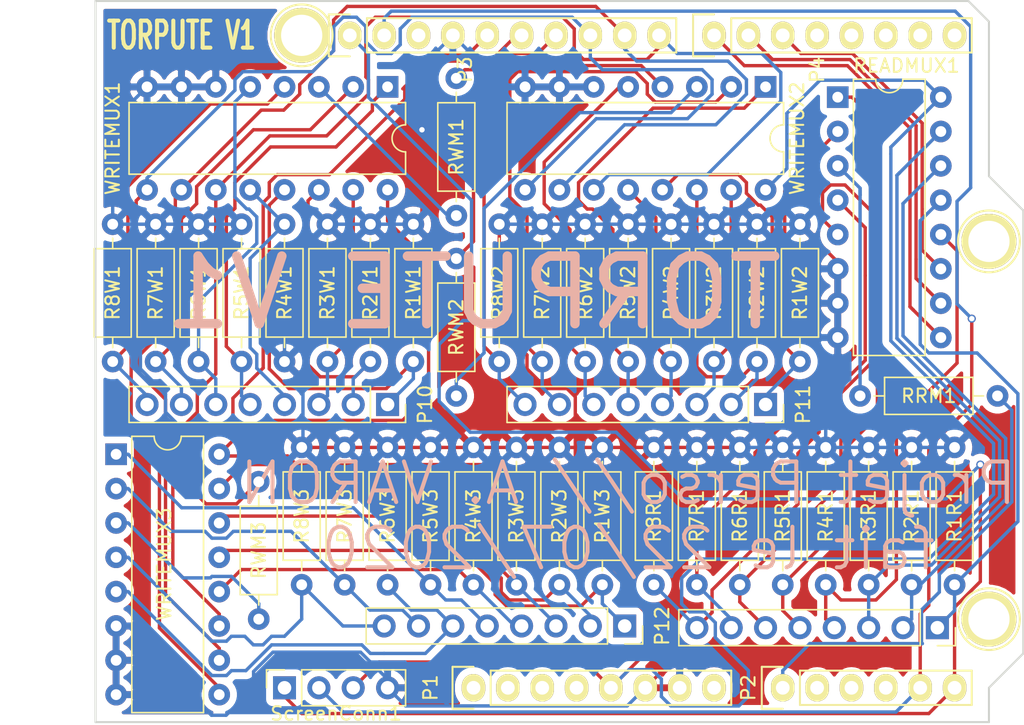
<source format=kicad_pcb>
(kicad_pcb (version 20171130) (host pcbnew "(5.1.6)-1")
  (title_block (date "lun. 30 mars 2015"))
  (layers (0 F.Cu signal) (31 B.Cu signal) (34 B.Paste user hide) (35 F.Paste user hide) (36 B.SilkS user) (37 F.SilkS user) (38 B.Mask user hide) (39 F.Mask user hide) (44 Edge.Cuts user))
  (net 0 "")
  (net 1 +5V)
  (net 2 GND)
  (net 3 /A0)
  (net 4 "/A4(SDA)")
  (net 5 "/A5(SCL)")
  (net 6 "/9(**)")
  (net 7 /8)
  (net 8 /7)
  (net 9 "/6(**)")
  (net 10 "/5(**)")
  (net 11 "/13(SCK)")
  (net 12 "/10(**/SS)")
  (net 13 "/12(MISO)")
  (net 14 "/11(**/MOSI)")
  (net 15 "Net-(P9-Pad8)")
  (net 16 "Net-(P9-Pad7)")
  (net 17 "Net-(P9-Pad6)")
  (net 18 "Net-(P9-Pad5)")
  (net 19 "Net-(P9-Pad4)")
  (net 20 "Net-(P9-Pad3)")
  (net 21 "Net-(P9-Pad2)")
  (net 22 "Net-(P9-Pad1)")
  (net 23 "Net-(P10-Pad1)")
  (net 24 "Net-(P10-Pad2)")
  (net 25 "Net-(P10-Pad3)")
  (net 26 "Net-(P10-Pad4)")
  (net 27 "Net-(P10-Pad5)")
  (net 28 "Net-(P10-Pad6)")
  (net 29 "Net-(P10-Pad7)")
  (net 30 "Net-(P10-Pad8)")
  (net 31 "Net-(P11-Pad8)")
  (net 32 "Net-(P11-Pad7)")
  (net 33 "Net-(P11-Pad6)")
  (net 34 "Net-(P11-Pad5)")
  (net 35 "Net-(P11-Pad4)")
  (net 36 "Net-(P11-Pad3)")
  (net 37 "Net-(P11-Pad2)")
  (net 38 "Net-(P11-Pad1)")
  (net 39 "Net-(P12-Pad1)")
  (net 40 "Net-(P12-Pad2)")
  (net 41 "Net-(P12-Pad3)")
  (net 42 "Net-(P12-Pad4)")
  (net 43 "Net-(P12-Pad5)")
  (net 44 "Net-(P12-Pad6)")
  (net 45 "Net-(P12-Pad7)")
  (net 46 "Net-(P12-Pad8)")
  (net 47 "Net-(READMUX1-Pad3)")
  (net 48 "Net-(RWM1-Pad1)")
  (net 49 "Net-(RWM2-Pad1)")
  (net 50 "Net-(RWM3-Pad1)")
  (module Package_DIP:DIP-16_W7.62mm (layer F.Cu) (at 165.862 80.137)
    (fp_text reference READMUX1 (at 5.08 -2.33) (layer F.SilkS))
    (fp_text value 74HC4051)
    (pad 16 thru_hole oval (at 7.62 0) (size 1.6 1.6) (drill 0.8) (layers *.Cu *.Mask) (net 1 +5V))
    (pad 8 thru_hole oval (at 0 17.78) (size 1.6 1.6) (drill 0.8) (layers *.Cu *.Mask) (net 2 GND))
    (pad 15 thru_hole oval (at 7.62 2.54) (size 1.6 1.6) (drill 0.8) (layers *.Cu *.Mask) (net 20 "Net-(P9-Pad3)"))
    (pad 7 thru_hole oval (at 0 15.24) (size 1.6 1.6) (drill 0.8) (layers *.Cu *.Mask) (net 2 GND))
    (pad 14 thru_hole oval (at 7.62 5.08) (size 1.6 1.6) (drill 0.8) (layers *.Cu *.Mask) (net 21 "Net-(P9-Pad2)"))
    (pad 6 thru_hole oval (at 0 12.7) (size 1.6 1.6) (drill 0.8) (layers *.Cu *.Mask) (net 2 GND))
    (pad 13 thru_hole oval (at 7.62 7.62) (size 1.6 1.6) (drill 0.8) (layers *.Cu *.Mask) (net 22 "Net-(P9-Pad1)"))
    (pad 5 thru_hole oval (at 0 10.16) (size 1.6 1.6) (drill 0.8) (layers *.Cu *.Mask) (net 17 "Net-(P9-Pad6)"))
    (pad 12 thru_hole oval (at 7.62 10.16) (size 1.6 1.6) (drill 0.8) (layers *.Cu *.Mask) (net 19 "Net-(P9-Pad4)"))
    (pad 4 thru_hole oval (at 0 7.62) (size 1.6 1.6) (drill 0.8) (layers *.Cu *.Mask) (net 15 "Net-(P9-Pad8)"))
    (pad 11 thru_hole oval (at 7.62 12.7) (size 1.6 1.6) (drill 0.8) (layers *.Cu *.Mask) (net 10 "/5(**)"))
    (pad 3 thru_hole oval (at 0 5.08) (size 1.6 1.6) (drill 0.8) (layers *.Cu *.Mask) (net 47 "Net-(READMUX1-Pad3)"))
    (pad 10 thru_hole oval (at 7.62 15.24) (size 1.6 1.6) (drill 0.8) (layers *.Cu *.Mask) (net 9 "/6(**)"))
    (pad 2 thru_hole oval (at 0 2.54) (size 1.6 1.6) (drill 0.8) (layers *.Cu *.Mask) (net 16 "Net-(P9-Pad7)"))
    (pad 9 thru_hole oval (at 7.62 17.78) (size 1.6 1.6) (drill 0.8) (layers *.Cu *.Mask) (net 8 /7))
    (pad 1 thru_hole rect (at 0 0) (size 1.6 1.6) (drill 0.8) (layers *.Cu *.Mask) (net 18 "Net-(P9-Pad5)"))
  )
  (module Resistor_THT:R_Axial_DIN0207_L6.3mm_D2.5mm_P10.16mm_Horizontal (layer F.Cu) (at 112.268 89.535 270)
    (fp_text reference R8W1 (at 5.08 0 90) (layer F.SilkS))
    (fp_text value 47K)
    (pad 1 thru_hole circle (at 0 0 270) (size 1.6 1.6) (drill 0.8) (layers *.Cu *.Mask) (net 2 GND))
    (pad 2 thru_hole oval (at 10.16 0 270) (size 1.6 1.6) (drill 0.8) (layers *.Cu *.Mask) (net 30 "Net-(P10-Pad8)"))
  )
  (module Package_DIP:DIP-16_W7.62mm (layer F.Cu) (at 132.588 79.375 270)
    (fp_text reference WRITEMUX1 (at 3.81 20.32 90) (layer F.SilkS))
    (fp_text value 74HC4051)
    (pad 1 thru_hole rect (at 0 0 270) (size 1.6 1.6) (drill 0.8) (layers *.Cu *.Mask) (net 27 "Net-(P10-Pad5)"))
    (pad 9 thru_hole oval (at 7.62 17.78 270) (size 1.6 1.6) (drill 0.8) (layers *.Cu *.Mask) (net 12 "/10(**/SS)"))
    (pad 2 thru_hole oval (at 0 2.54 270) (size 1.6 1.6) (drill 0.8) (layers *.Cu *.Mask) (net 29 "Net-(P10-Pad7)"))
    (pad 10 thru_hole oval (at 7.62 15.24 270) (size 1.6 1.6) (drill 0.8) (layers *.Cu *.Mask) (net 6 "/9(**)"))
    (pad 3 thru_hole oval (at 0 5.08 270) (size 1.6 1.6) (drill 0.8) (layers *.Cu *.Mask) (net 48 "Net-(RWM1-Pad1)"))
    (pad 11 thru_hole oval (at 7.62 12.7 270) (size 1.6 1.6) (drill 0.8) (layers *.Cu *.Mask) (net 7 /8))
    (pad 4 thru_hole oval (at 0 7.62 270) (size 1.6 1.6) (drill 0.8) (layers *.Cu *.Mask) (net 30 "Net-(P10-Pad8)"))
    (pad 12 thru_hole oval (at 7.62 10.16 270) (size 1.6 1.6) (drill 0.8) (layers *.Cu *.Mask) (net 26 "Net-(P10-Pad4)"))
    (pad 5 thru_hole oval (at 0 10.16 270) (size 1.6 1.6) (drill 0.8) (layers *.Cu *.Mask) (net 28 "Net-(P10-Pad6)"))
    (pad 13 thru_hole oval (at 7.62 7.62 270) (size 1.6 1.6) (drill 0.8) (layers *.Cu *.Mask) (net 23 "Net-(P10-Pad1)"))
    (pad 6 thru_hole oval (at 0 12.7 270) (size 1.6 1.6) (drill 0.8) (layers *.Cu *.Mask) (net 2 GND))
    (pad 14 thru_hole oval (at 7.62 5.08 270) (size 1.6 1.6) (drill 0.8) (layers *.Cu *.Mask) (net 24 "Net-(P10-Pad2)"))
    (pad 7 thru_hole oval (at 0 15.24 270) (size 1.6 1.6) (drill 0.8) (layers *.Cu *.Mask) (net 2 GND))
    (pad 15 thru_hole oval (at 7.62 2.54 270) (size 1.6 1.6) (drill 0.8) (layers *.Cu *.Mask) (net 25 "Net-(P10-Pad3)"))
    (pad 8 thru_hole oval (at 0 17.78 270) (size 1.6 1.6) (drill 0.8) (layers *.Cu *.Mask) (net 2 GND))
    (pad 16 thru_hole oval (at 7.62 0 270) (size 1.6 1.6) (drill 0.8) (layers *.Cu *.Mask) (net 1 +5V))
  )
  (module Connector_PinSocket_2.54mm:PinSocket_1x08_P2.54mm_Vertical (layer F.Cu) (at 132.588 102.87 270)
    (fp_text reference P10 (at 0 -2.77 90) (layer F.SilkS))
    (fp_text value WriteMux1conn)
    (pad 1 thru_hole rect (at 0 0 270) (size 1.7 1.7) (drill 1) (layers *.Cu *.Mask) (net 23 "Net-(P10-Pad1)"))
    (pad 2 thru_hole oval (at 0 2.54 270) (size 1.7 1.7) (drill 1) (layers *.Cu *.Mask) (net 24 "Net-(P10-Pad2)"))
    (pad 3 thru_hole oval (at 0 5.08 270) (size 1.7 1.7) (drill 1) (layers *.Cu *.Mask) (net 25 "Net-(P10-Pad3)"))
    (pad 4 thru_hole oval (at 0 7.62 270) (size 1.7 1.7) (drill 1) (layers *.Cu *.Mask) (net 26 "Net-(P10-Pad4)"))
    (pad 5 thru_hole oval (at 0 10.16 270) (size 1.7 1.7) (drill 1) (layers *.Cu *.Mask) (net 27 "Net-(P10-Pad5)"))
    (pad 6 thru_hole oval (at 0 12.7 270) (size 1.7 1.7) (drill 1) (layers *.Cu *.Mask) (net 28 "Net-(P10-Pad6)"))
    (pad 7 thru_hole oval (at 0 15.24 270) (size 1.7 1.7) (drill 1) (layers *.Cu *.Mask) (net 29 "Net-(P10-Pad7)"))
    (pad 8 thru_hole oval (at 0 17.78 270) (size 1.7 1.7) (drill 1) (layers *.Cu *.Mask) (net 30 "Net-(P10-Pad8)"))
  )
  (module Socket_Arduino_Uno:Socket_Strip_Arduino_1x08 (layer F.Cu) (at 138.938 123.825)
    (fp_text reference P1 (at -3.175 0 90) (layer F.SilkS))
    (fp_text value Power)
    (pad 1 thru_hole oval (at 0 0) (size 1.7272 2.032) (drill 1.016) (layers *.Cu *.Mask F.SilkS))
    (pad 2 thru_hole oval (at 2.54 0) (size 1.7272 2.032) (drill 1.016) (layers *.Cu *.Mask F.SilkS))
    (pad 3 thru_hole oval (at 5.08 0) (size 1.7272 2.032) (drill 1.016) (layers *.Cu *.Mask F.SilkS))
    (pad 4 thru_hole oval (at 7.62 0) (size 1.7272 2.032) (drill 1.016) (layers *.Cu *.Mask F.SilkS))
    (pad 5 thru_hole oval (at 10.16 0) (size 1.7272 2.032) (drill 1.016) (layers *.Cu *.Mask F.SilkS) (net 1 +5V))
    (pad 6 thru_hole oval (at 12.7 0) (size 1.7272 2.032) (drill 1.016) (layers *.Cu *.Mask F.SilkS) (net 2 GND))
    (pad 7 thru_hole oval (at 15.24 0) (size 1.7272 2.032) (drill 1.016) (layers *.Cu *.Mask F.SilkS) (net 2 GND))
    (pad 8 thru_hole oval (at 17.78 0) (size 1.7272 2.032) (drill 1.016) (layers *.Cu *.Mask F.SilkS))
  )
  (module Socket_Arduino_Uno:Socket_Strip_Arduino_1x06 (layer F.Cu) (at 161.798 123.825)
    (fp_text reference P2 (at -2.54 0 90) (layer F.SilkS))
    (fp_text value Analog)
    (pad 1 thru_hole oval (at 0 0) (size 1.7272 2.032) (drill 1.016) (layers *.Cu *.Mask F.SilkS) (net 3 /A0))
    (pad 2 thru_hole oval (at 2.54 0) (size 1.7272 2.032) (drill 1.016) (layers *.Cu *.Mask F.SilkS))
    (pad 3 thru_hole oval (at 5.08 0) (size 1.7272 2.032) (drill 1.016) (layers *.Cu *.Mask F.SilkS))
    (pad 4 thru_hole oval (at 7.62 0) (size 1.7272 2.032) (drill 1.016) (layers *.Cu *.Mask F.SilkS))
    (pad 5 thru_hole oval (at 10.16 0) (size 1.7272 2.032) (drill 1.016) (layers *.Cu *.Mask F.SilkS) (net 4 "/A4(SDA)"))
    (pad 6 thru_hole oval (at 12.7 0) (size 1.7272 2.032) (drill 1.016) (layers *.Cu *.Mask F.SilkS) (net 5 "/A5(SCL)"))
  )
  (module Socket_Arduino_Uno:Socket_Strip_Arduino_1x10 (layer F.Cu) (at 129.794 75.565)
    (fp_text reference P3 (at 8.509 2.54 90) (layer F.SilkS))
    (fp_text value Digital)
    (pad 1 thru_hole oval (at 0 0) (size 1.7272 2.032) (drill 1.016) (layers *.Cu *.Mask F.SilkS) (net 5 "/A5(SCL)"))
    (pad 2 thru_hole oval (at 2.54 0) (size 1.7272 2.032) (drill 1.016) (layers *.Cu *.Mask F.SilkS) (net 4 "/A4(SDA)"))
    (pad 3 thru_hole oval (at 5.08 0) (size 1.7272 2.032) (drill 1.016) (layers *.Cu *.Mask F.SilkS))
    (pad 4 thru_hole oval (at 7.62 0) (size 1.7272 2.032) (drill 1.016) (layers *.Cu *.Mask F.SilkS) (net 2 GND))
    (pad 5 thru_hole oval (at 10.16 0) (size 1.7272 2.032) (drill 1.016) (layers *.Cu *.Mask F.SilkS) (net 11 "/13(SCK)"))
    (pad 6 thru_hole oval (at 12.7 0) (size 1.7272 2.032) (drill 1.016) (layers *.Cu *.Mask F.SilkS) (net 13 "/12(MISO)"))
    (pad 7 thru_hole oval (at 15.24 0) (size 1.7272 2.032) (drill 1.016) (layers *.Cu *.Mask F.SilkS) (net 14 "/11(**/MOSI)"))
    (pad 8 thru_hole oval (at 17.78 0) (size 1.7272 2.032) (drill 1.016) (layers *.Cu *.Mask F.SilkS) (net 12 "/10(**/SS)"))
    (pad 9 thru_hole oval (at 20.32 0) (size 1.7272 2.032) (drill 1.016) (layers *.Cu *.Mask F.SilkS) (net 6 "/9(**)"))
    (pad 10 thru_hole oval (at 22.86 0) (size 1.7272 2.032) (drill 1.016) (layers *.Cu *.Mask F.SilkS) (net 7 /8))
  )
  (module Socket_Arduino_Uno:Socket_Strip_Arduino_1x08 (layer F.Cu) (at 156.718 75.565)
    (fp_text reference P4 (at 7.62 2.54 90) (layer F.SilkS))
    (fp_text value Digital)
    (pad 1 thru_hole oval (at 0 0) (size 1.7272 2.032) (drill 1.016) (layers *.Cu *.Mask F.SilkS) (net 8 /7))
    (pad 2 thru_hole oval (at 2.54 0) (size 1.7272 2.032) (drill 1.016) (layers *.Cu *.Mask F.SilkS) (net 9 "/6(**)"))
    (pad 3 thru_hole oval (at 5.08 0) (size 1.7272 2.032) (drill 1.016) (layers *.Cu *.Mask F.SilkS) (net 10 "/5(**)"))
    (pad 4 thru_hole oval (at 7.62 0) (size 1.7272 2.032) (drill 1.016) (layers *.Cu *.Mask F.SilkS))
    (pad 5 thru_hole oval (at 10.16 0) (size 1.7272 2.032) (drill 1.016) (layers *.Cu *.Mask F.SilkS))
    (pad 6 thru_hole oval (at 12.7 0) (size 1.7272 2.032) (drill 1.016) (layers *.Cu *.Mask F.SilkS))
    (pad 7 thru_hole oval (at 15.24 0) (size 1.7272 2.032) (drill 1.016) (layers *.Cu *.Mask F.SilkS))
    (pad 8 thru_hole oval (at 17.78 0) (size 1.7272 2.032) (drill 1.016) (layers *.Cu *.Mask F.SilkS))
  )
  (module Socket_Arduino_Uno:Arduino_1pin (layer F.Cu) (at 177.038 118.745)
    (fp_text reference P6 hide)
    (fp_text value CONN_01X01 hide)
    (pad 1 thru_hole circle (at 0 0) (size 4.064 4.064) (drill 3.048) (layers *.Cu *.Mask F.SilkS))
  )
  (module Socket_Arduino_Uno:Arduino_1pin (layer F.Cu) (at 126.238 75.565)
    (fp_text reference P7 hide)
    (fp_text value CONN_01X01 hide)
    (pad 1 thru_hole circle (at 0 0) (size 4.064 4.064) (drill 3.048) (layers *.Cu *.Mask F.SilkS))
  )
  (module Socket_Arduino_Uno:Arduino_1pin (layer F.Cu) (at 177.038 90.805)
    (fp_text reference P8 hide)
    (fp_text value CONN_01X01 hide)
    (pad 1 thru_hole circle (at 0 0) (size 4.064 4.064) (drill 3.048) (layers *.Cu *.Mask F.SilkS))
  )
  (module Connector_PinSocket_2.54mm:PinSocket_1x08_P2.54mm_Vertical (layer F.Cu) (at 173.228 119.38 270)
    (fp_text reference P9 (at 0 -2.77 90) (layer F.SilkS))
    (fp_text value ReadMuxconn)
    (pad 1 thru_hole rect (at 0 0 270) (size 1.7 1.7) (drill 1) (layers *.Cu *.Mask) (net 22 "Net-(P9-Pad1)"))
    (pad 2 thru_hole oval (at 0 2.54 270) (size 1.7 1.7) (drill 1) (layers *.Cu *.Mask) (net 21 "Net-(P9-Pad2)"))
    (pad 3 thru_hole oval (at 0 5.08 270) (size 1.7 1.7) (drill 1) (layers *.Cu *.Mask) (net 20 "Net-(P9-Pad3)"))
    (pad 4 thru_hole oval (at 0 7.62 270) (size 1.7 1.7) (drill 1) (layers *.Cu *.Mask) (net 19 "Net-(P9-Pad4)"))
    (pad 5 thru_hole oval (at 0 10.16 270) (size 1.7 1.7) (drill 1) (layers *.Cu *.Mask) (net 18 "Net-(P9-Pad5)"))
    (pad 6 thru_hole oval (at 0 12.7 270) (size 1.7 1.7) (drill 1) (layers *.Cu *.Mask) (net 17 "Net-(P9-Pad6)"))
    (pad 7 thru_hole oval (at 0 15.24 270) (size 1.7 1.7) (drill 1) (layers *.Cu *.Mask) (net 16 "Net-(P9-Pad7)"))
    (pad 8 thru_hole oval (at 0 17.78 270) (size 1.7 1.7) (drill 1) (layers *.Cu *.Mask) (net 15 "Net-(P9-Pad8)"))
  )
  (module Connector_PinSocket_2.54mm:PinSocket_1x08_P2.54mm_Vertical (layer F.Cu) (at 160.528 102.87 270)
    (fp_text reference P11 (at 0 -2.77 90) (layer F.SilkS))
    (fp_text value WriteMux2conn)
    (pad 8 thru_hole oval (at 0 17.78 270) (size 1.7 1.7) (drill 1) (layers *.Cu *.Mask) (net 31 "Net-(P11-Pad8)"))
    (pad 7 thru_hole oval (at 0 15.24 270) (size 1.7 1.7) (drill 1) (layers *.Cu *.Mask) (net 32 "Net-(P11-Pad7)"))
    (pad 6 thru_hole oval (at 0 12.7 270) (size 1.7 1.7) (drill 1) (layers *.Cu *.Mask) (net 33 "Net-(P11-Pad6)"))
    (pad 5 thru_hole oval (at 0 10.16 270) (size 1.7 1.7) (drill 1) (layers *.Cu *.Mask) (net 34 "Net-(P11-Pad5)"))
    (pad 4 thru_hole oval (at 0 7.62 270) (size 1.7 1.7) (drill 1) (layers *.Cu *.Mask) (net 35 "Net-(P11-Pad4)"))
    (pad 3 thru_hole oval (at 0 5.08 270) (size 1.7 1.7) (drill 1) (layers *.Cu *.Mask) (net 36 "Net-(P11-Pad3)"))
    (pad 2 thru_hole oval (at 0 2.54 270) (size 1.7 1.7) (drill 1) (layers *.Cu *.Mask) (net 37 "Net-(P11-Pad2)"))
    (pad 1 thru_hole rect (at 0 0 270) (size 1.7 1.7) (drill 1) (layers *.Cu *.Mask) (net 38 "Net-(P11-Pad1)"))
  )
  (module Connector_PinSocket_2.54mm:PinSocket_1x08_P2.54mm_Vertical (layer F.Cu) (at 150.114 119.253 270)
    (fp_text reference P12 (at 0 -2.77 90) (layer F.SilkS))
    (fp_text value WriteMux3conn)
    (pad 1 thru_hole rect (at 0 0 270) (size 1.7 1.7) (drill 1) (layers *.Cu *.Mask) (net 39 "Net-(P12-Pad1)"))
    (pad 2 thru_hole oval (at 0 2.54 270) (size 1.7 1.7) (drill 1) (layers *.Cu *.Mask) (net 40 "Net-(P12-Pad2)"))
    (pad 3 thru_hole oval (at 0 5.08 270) (size 1.7 1.7) (drill 1) (layers *.Cu *.Mask) (net 41 "Net-(P12-Pad3)"))
    (pad 4 thru_hole oval (at 0 7.62 270) (size 1.7 1.7) (drill 1) (layers *.Cu *.Mask) (net 42 "Net-(P12-Pad4)"))
    (pad 5 thru_hole oval (at 0 10.16 270) (size 1.7 1.7) (drill 1) (layers *.Cu *.Mask) (net 43 "Net-(P12-Pad5)"))
    (pad 6 thru_hole oval (at 0 12.7 270) (size 1.7 1.7) (drill 1) (layers *.Cu *.Mask) (net 44 "Net-(P12-Pad6)"))
    (pad 7 thru_hole oval (at 0 15.24 270) (size 1.7 1.7) (drill 1) (layers *.Cu *.Mask) (net 45 "Net-(P12-Pad7)"))
    (pad 8 thru_hole oval (at 0 17.78 270) (size 1.7 1.7) (drill 1) (layers *.Cu *.Mask) (net 46 "Net-(P12-Pad8)"))
  )
  (module Resistor_THT:R_Axial_DIN0207_L6.3mm_D2.5mm_P10.16mm_Horizontal (layer F.Cu) (at 174.498 106.045 270)
    (fp_text reference R1R1 (at 5.08 0 90) (layer F.SilkS))
    (fp_text value 47K)
    (pad 1 thru_hole circle (at 0 0 270) (size 1.6 1.6) (drill 0.8) (layers *.Cu *.Mask) (net 2 GND))
    (pad 2 thru_hole oval (at 10.16 0 270) (size 1.6 1.6) (drill 0.8) (layers *.Cu *.Mask) (net 22 "Net-(P9-Pad1)"))
  )
  (module Resistor_THT:R_Axial_DIN0207_L6.3mm_D2.5mm_P10.16mm_Horizontal (layer F.Cu) (at 134.493 89.535 270)
    (fp_text reference R1W1 (at 5.08 0 90) (layer F.SilkS))
    (fp_text value 47K)
    (pad 1 thru_hole circle (at 0 0 270) (size 1.6 1.6) (drill 0.8) (layers *.Cu *.Mask) (net 2 GND))
    (pad 2 thru_hole oval (at 10.16 0 270) (size 1.6 1.6) (drill 0.8) (layers *.Cu *.Mask) (net 23 "Net-(P10-Pad1)"))
  )
  (module Resistor_THT:R_Axial_DIN0207_L6.3mm_D2.5mm_P10.16mm_Horizontal (layer F.Cu) (at 163.068 89.535 270)
    (fp_text reference R1W2 (at 5.08 0 90) (layer F.SilkS))
    (fp_text value 47K)
    (pad 1 thru_hole circle (at 0 0 270) (size 1.6 1.6) (drill 0.8) (layers *.Cu *.Mask) (net 2 GND))
    (pad 2 thru_hole oval (at 10.16 0 270) (size 1.6 1.6) (drill 0.8) (layers *.Cu *.Mask) (net 38 "Net-(P11-Pad1)"))
  )
  (module Resistor_THT:R_Axial_DIN0207_L6.3mm_D2.5mm_P10.16mm_Horizontal (layer F.Cu) (at 148.463 106.045 270)
    (fp_text reference R1W3 (at 5.08 0 90) (layer F.SilkS))
    (fp_text value 47K)
    (pad 2 thru_hole oval (at 10.16 0 270) (size 1.6 1.6) (drill 0.8) (layers *.Cu *.Mask) (net 39 "Net-(P12-Pad1)"))
    (pad 1 thru_hole circle (at 0 0 270) (size 1.6 1.6) (drill 0.8) (layers *.Cu *.Mask) (net 2 GND))
  )
  (module Resistor_THT:R_Axial_DIN0207_L6.3mm_D2.5mm_P10.16mm_Horizontal (layer F.Cu) (at 171.323 106.045 270)
    (fp_text reference R2R1 (at 5.08 0 90) (layer F.SilkS))
    (fp_text value 47K)
    (pad 2 thru_hole oval (at 10.16 0 270) (size 1.6 1.6) (drill 0.8) (layers *.Cu *.Mask) (net 21 "Net-(P9-Pad2)"))
    (pad 1 thru_hole circle (at 0 0 270) (size 1.6 1.6) (drill 0.8) (layers *.Cu *.Mask) (net 2 GND))
  )
  (module Resistor_THT:R_Axial_DIN0207_L6.3mm_D2.5mm_P10.16mm_Horizontal (layer F.Cu) (at 131.318 89.535 270)
    (fp_text reference R2W1 (at 5.08 0 90) (layer F.SilkS))
    (fp_text value 47K)
    (pad 2 thru_hole oval (at 10.16 0 270) (size 1.6 1.6) (drill 0.8) (layers *.Cu *.Mask) (net 24 "Net-(P10-Pad2)"))
    (pad 1 thru_hole circle (at 0 0 270) (size 1.6 1.6) (drill 0.8) (layers *.Cu *.Mask) (net 2 GND))
  )
  (module Resistor_THT:R_Axial_DIN0207_L6.3mm_D2.5mm_P10.16mm_Horizontal (layer F.Cu) (at 159.893 89.535 270)
    (fp_text reference R2W2 (at 5.08 0 90) (layer F.SilkS))
    (fp_text value 47K)
    (pad 2 thru_hole oval (at 10.16 0 270) (size 1.6 1.6) (drill 0.8) (layers *.Cu *.Mask) (net 37 "Net-(P11-Pad2)"))
    (pad 1 thru_hole circle (at 0 0 270) (size 1.6 1.6) (drill 0.8) (layers *.Cu *.Mask) (net 2 GND))
  )
  (module Resistor_THT:R_Axial_DIN0207_L6.3mm_D2.5mm_P10.16mm_Horizontal (layer F.Cu) (at 145.288 106.045 270)
    (fp_text reference R2W3 (at 5.08 0 90) (layer F.SilkS))
    (fp_text value 47K)
    (pad 1 thru_hole circle (at 0 0 270) (size 1.6 1.6) (drill 0.8) (layers *.Cu *.Mask) (net 2 GND))
    (pad 2 thru_hole oval (at 10.16 0 270) (size 1.6 1.6) (drill 0.8) (layers *.Cu *.Mask) (net 40 "Net-(P12-Pad2)"))
  )
  (module Resistor_THT:R_Axial_DIN0207_L6.3mm_D2.5mm_P10.16mm_Horizontal (layer F.Cu) (at 168.148 106.045 270)
    (fp_text reference R3R1 (at 5.08 0 90) (layer F.SilkS))
    (fp_text value 47K)
    (pad 1 thru_hole circle (at 0 0 270) (size 1.6 1.6) (drill 0.8) (layers *.Cu *.Mask) (net 2 GND))
    (pad 2 thru_hole oval (at 10.16 0 270) (size 1.6 1.6) (drill 0.8) (layers *.Cu *.Mask) (net 20 "Net-(P9-Pad3)"))
  )
  (module Resistor_THT:R_Axial_DIN0207_L6.3mm_D2.5mm_P10.16mm_Horizontal (layer F.Cu) (at 128.143 89.535 270)
    (fp_text reference R3W1 (at 5.08 0 90) (layer F.SilkS))
    (fp_text value 47K)
    (pad 1 thru_hole circle (at 0 0 270) (size 1.6 1.6) (drill 0.8) (layers *.Cu *.Mask) (net 2 GND))
    (pad 2 thru_hole oval (at 10.16 0 270) (size 1.6 1.6) (drill 0.8) (layers *.Cu *.Mask) (net 25 "Net-(P10-Pad3)"))
  )
  (module Resistor_THT:R_Axial_DIN0207_L6.3mm_D2.5mm_P10.16mm_Horizontal (layer F.Cu) (at 156.718 89.535 270)
    (fp_text reference R3W2 (at 5.08 0 90) (layer F.SilkS))
    (fp_text value 47K)
    (pad 1 thru_hole circle (at 0 0 270) (size 1.6 1.6) (drill 0.8) (layers *.Cu *.Mask) (net 2 GND))
    (pad 2 thru_hole oval (at 10.16 0 270) (size 1.6 1.6) (drill 0.8) (layers *.Cu *.Mask) (net 36 "Net-(P11-Pad3)"))
  )
  (module Resistor_THT:R_Axial_DIN0207_L6.3mm_D2.5mm_P10.16mm_Horizontal (layer F.Cu) (at 142.113 106.045 270)
    (fp_text reference R3W3 (at 5.08 0 90) (layer F.SilkS))
    (fp_text value 47K)
    (pad 2 thru_hole oval (at 10.16 0 270) (size 1.6 1.6) (drill 0.8) (layers *.Cu *.Mask) (net 41 "Net-(P12-Pad3)"))
    (pad 1 thru_hole circle (at 0 0 270) (size 1.6 1.6) (drill 0.8) (layers *.Cu *.Mask) (net 2 GND))
  )
  (module Resistor_THT:R_Axial_DIN0207_L6.3mm_D2.5mm_P10.16mm_Horizontal (layer F.Cu) (at 164.973 106.045 270)
    (fp_text reference R4R1 (at 5.08 0 90) (layer F.SilkS))
    (fp_text value 47K)
    (pad 2 thru_hole oval (at 10.16 0 270) (size 1.6 1.6) (drill 0.8) (layers *.Cu *.Mask) (net 19 "Net-(P9-Pad4)"))
    (pad 1 thru_hole circle (at 0 0 270) (size 1.6 1.6) (drill 0.8) (layers *.Cu *.Mask) (net 2 GND))
  )
  (module Resistor_THT:R_Axial_DIN0207_L6.3mm_D2.5mm_P10.16mm_Horizontal (layer F.Cu) (at 124.968 99.695 90)
    (fp_text reference R4W1 (at 5.08 0 90) (layer F.SilkS))
    (fp_text value 47K)
    (pad 2 thru_hole oval (at 10.16 0 90) (size 1.6 1.6) (drill 0.8) (layers *.Cu *.Mask) (net 26 "Net-(P10-Pad4)"))
    (pad 1 thru_hole circle (at 0 0 90) (size 1.6 1.6) (drill 0.8) (layers *.Cu *.Mask) (net 2 GND))
  )
  (module Resistor_THT:R_Axial_DIN0207_L6.3mm_D2.5mm_P10.16mm_Horizontal (layer F.Cu) (at 153.543 89.535 270)
    (fp_text reference R4W2 (at 5.08 0 90) (layer F.SilkS))
    (fp_text value 47K)
    (pad 2 thru_hole oval (at 10.16 0 270) (size 1.6 1.6) (drill 0.8) (layers *.Cu *.Mask) (net 35 "Net-(P11-Pad4)"))
    (pad 1 thru_hole circle (at 0 0 270) (size 1.6 1.6) (drill 0.8) (layers *.Cu *.Mask) (net 2 GND))
  )
  (module Resistor_THT:R_Axial_DIN0207_L6.3mm_D2.5mm_P10.16mm_Horizontal (layer F.Cu) (at 138.938 106.045 270)
    (fp_text reference R4W3 (at 5.08 0 90) (layer F.SilkS))
    (fp_text value 47K)
    (pad 1 thru_hole circle (at 0 0 270) (size 1.6 1.6) (drill 0.8) (layers *.Cu *.Mask) (net 2 GND))
    (pad 2 thru_hole oval (at 10.16 0 270) (size 1.6 1.6) (drill 0.8) (layers *.Cu *.Mask) (net 42 "Net-(P12-Pad4)"))
  )
  (module Resistor_THT:R_Axial_DIN0207_L6.3mm_D2.5mm_P10.16mm_Horizontal (layer F.Cu) (at 161.798 106.045 270)
    (fp_text reference R5R1 (at 5.08 0 90) (layer F.SilkS))
    (fp_text value 47K)
    (pad 1 thru_hole circle (at 0 0 270) (size 1.6 1.6) (drill 0.8) (layers *.Cu *.Mask) (net 2 GND))
    (pad 2 thru_hole oval (at 10.16 0 270) (size 1.6 1.6) (drill 0.8) (layers *.Cu *.Mask) (net 18 "Net-(P9-Pad5)"))
  )
  (module Resistor_THT:R_Axial_DIN0207_L6.3mm_D2.5mm_P10.16mm_Horizontal (layer F.Cu) (at 121.793 89.535 270)
    (fp_text reference R5W1 (at 5.08 0 90) (layer F.SilkS))
    (fp_text value 47K)
    (pad 1 thru_hole circle (at 0 0 270) (size 1.6 1.6) (drill 0.8) (layers *.Cu *.Mask) (net 2 GND))
    (pad 2 thru_hole oval (at 10.16 0 270) (size 1.6 1.6) (drill 0.8) (layers *.Cu *.Mask) (net 27 "Net-(P10-Pad5)"))
  )
  (module Resistor_THT:R_Axial_DIN0207_L6.3mm_D2.5mm_P10.16mm_Horizontal (layer F.Cu) (at 150.368 89.535 270)
    (fp_text reference R5W2 (at 5.08 0 90) (layer F.SilkS))
    (fp_text value 47K)
    (pad 2 thru_hole oval (at 10.16 0 270) (size 1.6 1.6) (drill 0.8) (layers *.Cu *.Mask) (net 34 "Net-(P11-Pad5)"))
    (pad 1 thru_hole circle (at 0 0 270) (size 1.6 1.6) (drill 0.8) (layers *.Cu *.Mask) (net 2 GND))
  )
  (module Resistor_THT:R_Axial_DIN0207_L6.3mm_D2.5mm_P10.16mm_Horizontal (layer F.Cu) (at 135.763 106.045 270)
    (fp_text reference R5W3 (at 5.08 0 90) (layer F.SilkS))
    (fp_text value 47K)
    (pad 1 thru_hole circle (at 0 0 270) (size 1.6 1.6) (drill 0.8) (layers *.Cu *.Mask) (net 2 GND))
    (pad 2 thru_hole oval (at 10.16 0 270) (size 1.6 1.6) (drill 0.8) (layers *.Cu *.Mask) (net 43 "Net-(P12-Pad5)"))
  )
  (module Resistor_THT:R_Axial_DIN0207_L6.3mm_D2.5mm_P10.16mm_Horizontal (layer F.Cu) (at 158.623 106.045 270)
    (fp_text reference R6R1 (at 5.08 0 90) (layer F.SilkS))
    (fp_text value 47K)
    (pad 2 thru_hole oval (at 10.16 0 270) (size 1.6 1.6) (drill 0.8) (layers *.Cu *.Mask) (net 17 "Net-(P9-Pad6)"))
    (pad 1 thru_hole circle (at 0 0 270) (size 1.6 1.6) (drill 0.8) (layers *.Cu *.Mask) (net 2 GND))
  )
  (module Resistor_THT:R_Axial_DIN0207_L6.3mm_D2.5mm_P10.16mm_Horizontal (layer F.Cu) (at 118.618 89.535 270)
    (fp_text reference R6W1 (at 5.08 0 90) (layer F.SilkS))
    (fp_text value 47K)
    (pad 2 thru_hole oval (at 10.16 0 270) (size 1.6 1.6) (drill 0.8) (layers *.Cu *.Mask) (net 28 "Net-(P10-Pad6)"))
    (pad 1 thru_hole circle (at 0 0 270) (size 1.6 1.6) (drill 0.8) (layers *.Cu *.Mask) (net 2 GND))
  )
  (module Resistor_THT:R_Axial_DIN0207_L6.3mm_D2.5mm_P10.16mm_Horizontal (layer F.Cu) (at 147.193 89.535 270)
    (fp_text reference R6W2 (at 5.08 0 90) (layer F.SilkS))
    (fp_text value 47K)
    (pad 2 thru_hole oval (at 10.16 0 270) (size 1.6 1.6) (drill 0.8) (layers *.Cu *.Mask) (net 33 "Net-(P11-Pad6)"))
    (pad 1 thru_hole circle (at 0 0 270) (size 1.6 1.6) (drill 0.8) (layers *.Cu *.Mask) (net 2 GND))
  )
  (module Resistor_THT:R_Axial_DIN0207_L6.3mm_D2.5mm_P10.16mm_Horizontal (layer F.Cu) (at 132.588 106.045 270)
    (fp_text reference R6W3 (at 5.08 0 90) (layer F.SilkS))
    (fp_text value 47K)
    (pad 2 thru_hole oval (at 10.16 0 270) (size 1.6 1.6) (drill 0.8) (layers *.Cu *.Mask) (net 44 "Net-(P12-Pad6)"))
    (pad 1 thru_hole circle (at 0 0 270) (size 1.6 1.6) (drill 0.8) (layers *.Cu *.Mask) (net 2 GND))
  )
  (module Resistor_THT:R_Axial_DIN0207_L6.3mm_D2.5mm_P10.16mm_Horizontal (layer F.Cu) (at 155.448 106.045 270)
    (fp_text reference R7R1 (at 5.08 0 90) (layer F.SilkS))
    (fp_text value 47K)
    (pad 2 thru_hole oval (at 10.16 0 270) (size 1.6 1.6) (drill 0.8) (layers *.Cu *.Mask) (net 16 "Net-(P9-Pad7)"))
    (pad 1 thru_hole circle (at 0 0 270) (size 1.6 1.6) (drill 0.8) (layers *.Cu *.Mask) (net 2 GND))
  )
  (module Resistor_THT:R_Axial_DIN0207_L6.3mm_D2.5mm_P10.16mm_Horizontal (layer F.Cu) (at 115.443 89.535 270)
    (fp_text reference R7W1 (at 5.08 0 90) (layer F.SilkS))
    (fp_text value 47K)
    (pad 2 thru_hole oval (at 10.16 0 270) (size 1.6 1.6) (drill 0.8) (layers *.Cu *.Mask) (net 29 "Net-(P10-Pad7)"))
    (pad 1 thru_hole circle (at 0 0 270) (size 1.6 1.6) (drill 0.8) (layers *.Cu *.Mask) (net 2 GND))
  )
  (module Resistor_THT:R_Axial_DIN0207_L6.3mm_D2.5mm_P10.16mm_Horizontal (layer F.Cu) (at 144.018 89.535 270)
    (fp_text reference R7W2 (at 5.08 0 90) (layer F.SilkS))
    (fp_text value 47K)
    (pad 2 thru_hole oval (at 10.16 0 270) (size 1.6 1.6) (drill 0.8) (layers *.Cu *.Mask) (net 32 "Net-(P11-Pad7)"))
    (pad 1 thru_hole circle (at 0 0 270) (size 1.6 1.6) (drill 0.8) (layers *.Cu *.Mask) (net 2 GND))
  )
  (module Resistor_THT:R_Axial_DIN0207_L6.3mm_D2.5mm_P10.16mm_Horizontal (layer F.Cu) (at 129.413 106.045 270)
    (fp_text reference R7W3 (at 5.08 0 90) (layer F.SilkS))
    (fp_text value 47K)
    (pad 1 thru_hole circle (at 0 0 270) (size 1.6 1.6) (drill 0.8) (layers *.Cu *.Mask) (net 2 GND))
    (pad 2 thru_hole oval (at 10.16 0 270) (size 1.6 1.6) (drill 0.8) (layers *.Cu *.Mask) (net 45 "Net-(P12-Pad7)"))
  )
  (module Resistor_THT:R_Axial_DIN0207_L6.3mm_D2.5mm_P10.16mm_Horizontal (layer F.Cu) (at 152.273 106.045 270)
    (fp_text reference R8R1 (at 5.08 0 90) (layer F.SilkS))
    (fp_text value 47K)
    (pad 1 thru_hole circle (at 0 0 270) (size 1.6 1.6) (drill 0.8) (layers *.Cu *.Mask) (net 2 GND))
    (pad 2 thru_hole oval (at 10.16 0 270) (size 1.6 1.6) (drill 0.8) (layers *.Cu *.Mask) (net 15 "Net-(P9-Pad8)"))
  )
  (module Resistor_THT:R_Axial_DIN0207_L6.3mm_D2.5mm_P10.16mm_Horizontal (layer F.Cu) (at 140.843 89.535 270)
    (fp_text reference R8W2 (at 5.08 0 90) (layer F.SilkS))
    (fp_text value 47K)
    (pad 1 thru_hole circle (at 0 0 270) (size 1.6 1.6) (drill 0.8) (layers *.Cu *.Mask) (net 2 GND))
    (pad 2 thru_hole oval (at 10.16 0 270) (size 1.6 1.6) (drill 0.8) (layers *.Cu *.Mask) (net 31 "Net-(P11-Pad8)"))
  )
  (module Resistor_THT:R_Axial_DIN0207_L6.3mm_D2.5mm_P10.16mm_Horizontal (layer F.Cu) (at 126.238 106.045 270)
    (fp_text reference R8W3 (at 5.08 0 90) (layer F.SilkS))
    (fp_text value 47K)
    (pad 1 thru_hole circle (at 0 0 270) (size 1.6 1.6) (drill 0.8) (layers *.Cu *.Mask) (net 2 GND))
    (pad 2 thru_hole oval (at 10.16 0 270) (size 1.6 1.6) (drill 0.8) (layers *.Cu *.Mask) (net 46 "Net-(P12-Pad8)"))
  )
  (module Resistor_THT:R_Axial_DIN0207_L6.3mm_D2.5mm_P10.16mm_Horizontal (layer F.Cu) (at 167.513 102.235)
    (fp_text reference RRM1 (at 5.08 0) (layer F.SilkS))
    (fp_text value R)
    (pad 1 thru_hole circle (at 0 0) (size 1.6 1.6) (drill 0.8) (layers *.Cu *.Mask) (net 47 "Net-(READMUX1-Pad3)"))
    (pad 2 thru_hole oval (at 10.16 0) (size 1.6 1.6) (drill 0.8) (layers *.Cu *.Mask) (net 3 /A0))
  )
  (module Resistor_THT:R_Axial_DIN0207_L6.3mm_D2.5mm_P10.16mm_Horizontal (layer F.Cu) (at 137.668 88.9 90)
    (fp_text reference RWM1 (at 5.08 0 90) (layer F.SilkS))
    (fp_text value R)
    (pad 2 thru_hole oval (at 10.16 0 90) (size 1.6 1.6) (drill 0.8) (layers *.Cu *.Mask) (net 14 "/11(**/MOSI)"))
    (pad 1 thru_hole circle (at 0 0 90) (size 1.6 1.6) (drill 0.8) (layers *.Cu *.Mask) (net 48 "Net-(RWM1-Pad1)"))
  )
  (module Resistor_THT:R_Axial_DIN0207_L6.3mm_D2.5mm_P10.16mm_Horizontal (layer F.Cu) (at 137.668 102.235 90)
    (fp_text reference RWM2 (at 5.08 0 90) (layer F.SilkS))
    (fp_text value R)
    (pad 1 thru_hole circle (at 0 0 90) (size 1.6 1.6) (drill 0.8) (layers *.Cu *.Mask) (net 49 "Net-(RWM2-Pad1)"))
    (pad 2 thru_hole oval (at 10.16 0 90) (size 1.6 1.6) (drill 0.8) (layers *.Cu *.Mask) (net 13 "/12(MISO)"))
  )
  (module Resistor_THT:R_Axial_DIN0207_L6.3mm_D2.5mm_P10.16mm_Horizontal (layer F.Cu) (at 123.063 118.745 90)
    (fp_text reference RWM3 (at 5.08 0 90) (layer F.SilkS))
    (fp_text value R)
    (pad 1 thru_hole circle (at 0 0 90) (size 1.6 1.6) (drill 0.8) (layers *.Cu *.Mask) (net 50 "Net-(RWM3-Pad1)"))
    (pad 2 thru_hole oval (at 10.16 0 90) (size 1.6 1.6) (drill 0.8) (layers *.Cu *.Mask) (net 11 "/13(SCK)"))
  )
  (module Connector_PinSocket_2.54mm:PinSocket_1x04_P2.54mm_Vertical (layer F.Cu) (at 124.968 123.825 90)
    (fp_text reference ScreenConn1 (at -1.905 3.81 180) (layer F.SilkS))
    (fp_text value Conn_01x04)
    (pad 1 thru_hole rect (at 0 0 90) (size 1.7 1.7) (drill 1) (layers *.Cu *.Mask) (net 5 "/A5(SCL)"))
    (pad 2 thru_hole oval (at 0 2.54 90) (size 1.7 1.7) (drill 1) (layers *.Cu *.Mask) (net 4 "/A4(SDA)"))
    (pad 3 thru_hole oval (at 0 5.08 90) (size 1.7 1.7) (drill 1) (layers *.Cu *.Mask) (net 1 +5V))
    (pad 4 thru_hole oval (at 0 7.62 90) (size 1.7 1.7) (drill 1) (layers *.Cu *.Mask) (net 2 GND))
  )
  (module Package_DIP:DIP-16_W7.62mm (layer F.Cu) (at 160.528 79.375 270)
    (fp_text reference WRITEMUX2 (at 3.81 -2.33 90) (layer F.SilkS))
    (fp_text value 74HC4051)
    (pad 1 thru_hole rect (at 0 0 270) (size 1.6 1.6) (drill 0.8) (layers *.Cu *.Mask) (net 34 "Net-(P11-Pad5)"))
    (pad 9 thru_hole oval (at 7.62 17.78 270) (size 1.6 1.6) (drill 0.8) (layers *.Cu *.Mask) (net 12 "/10(**/SS)"))
    (pad 2 thru_hole oval (at 0 2.54 270) (size 1.6 1.6) (drill 0.8) (layers *.Cu *.Mask) (net 32 "Net-(P11-Pad7)"))
    (pad 10 thru_hole oval (at 7.62 15.24 270) (size 1.6 1.6) (drill 0.8) (layers *.Cu *.Mask) (net 6 "/9(**)"))
    (pad 3 thru_hole oval (at 0 5.08 270) (size 1.6 1.6) (drill 0.8) (layers *.Cu *.Mask) (net 49 "Net-(RWM2-Pad1)"))
    (pad 11 thru_hole oval (at 7.62 12.7 270) (size 1.6 1.6) (drill 0.8) (layers *.Cu *.Mask) (net 7 /8))
    (pad 4 thru_hole oval (at 0 7.62 270) (size 1.6 1.6) (drill 0.8) (layers *.Cu *.Mask) (net 31 "Net-(P11-Pad8)"))
    (pad 12 thru_hole oval (at 7.62 10.16 270) (size 1.6 1.6) (drill 0.8) (layers *.Cu *.Mask) (net 35 "Net-(P11-Pad4)"))
    (pad 5 thru_hole oval (at 0 10.16 270) (size 1.6 1.6) (drill 0.8) (layers *.Cu *.Mask) (net 33 "Net-(P11-Pad6)"))
    (pad 13 thru_hole oval (at 7.62 7.62 270) (size 1.6 1.6) (drill 0.8) (layers *.Cu *.Mask) (net 38 "Net-(P11-Pad1)"))
    (pad 6 thru_hole oval (at 0 12.7 270) (size 1.6 1.6) (drill 0.8) (layers *.Cu *.Mask) (net 2 GND))
    (pad 14 thru_hole oval (at 7.62 5.08 270) (size 1.6 1.6) (drill 0.8) (layers *.Cu *.Mask) (net 37 "Net-(P11-Pad2)"))
    (pad 7 thru_hole oval (at 0 15.24 270) (size 1.6 1.6) (drill 0.8) (layers *.Cu *.Mask) (net 2 GND))
    (pad 15 thru_hole oval (at 7.62 2.54 270) (size 1.6 1.6) (drill 0.8) (layers *.Cu *.Mask) (net 36 "Net-(P11-Pad3)"))
    (pad 8 thru_hole oval (at 0 17.78 270) (size 1.6 1.6) (drill 0.8) (layers *.Cu *.Mask) (net 2 GND))
    (pad 16 thru_hole oval (at 7.62 0 270) (size 1.6 1.6) (drill 0.8) (layers *.Cu *.Mask) (net 1 +5V))
  )
  (module Package_DIP:DIP-16_W7.62mm (layer F.Cu) (at 112.522 106.553)
    (fp_text reference WRITEMUX3 (at 3.556 8.128 90) (layer F.SilkS))
    (fp_text value 74HC4051)
    (pad 16 thru_hole oval (at 7.62 0) (size 1.6 1.6) (drill 0.8) (layers *.Cu *.Mask) (net 1 +5V))
    (pad 8 thru_hole oval (at 0 17.78) (size 1.6 1.6) (drill 0.8) (layers *.Cu *.Mask) (net 2 GND))
    (pad 15 thru_hole oval (at 7.62 2.54) (size 1.6 1.6) (drill 0.8) (layers *.Cu *.Mask) (net 41 "Net-(P12-Pad3)"))
    (pad 7 thru_hole oval (at 0 15.24) (size 1.6 1.6) (drill 0.8) (layers *.Cu *.Mask) (net 2 GND))
    (pad 14 thru_hole oval (at 7.62 5.08) (size 1.6 1.6) (drill 0.8) (layers *.Cu *.Mask) (net 40 "Net-(P12-Pad2)"))
    (pad 6 thru_hole oval (at 0 12.7) (size 1.6 1.6) (drill 0.8) (layers *.Cu *.Mask) (net 2 GND))
    (pad 13 thru_hole oval (at 7.62 7.62) (size 1.6 1.6) (drill 0.8) (layers *.Cu *.Mask) (net 39 "Net-(P12-Pad1)"))
    (pad 5 thru_hole oval (at 0 10.16) (size 1.6 1.6) (drill 0.8) (layers *.Cu *.Mask) (net 44 "Net-(P12-Pad6)"))
    (pad 12 thru_hole oval (at 7.62 10.16) (size 1.6 1.6) (drill 0.8) (layers *.Cu *.Mask) (net 42 "Net-(P12-Pad4)"))
    (pad 4 thru_hole oval (at 0 7.62) (size 1.6 1.6) (drill 0.8) (layers *.Cu *.Mask) (net 46 "Net-(P12-Pad8)"))
    (pad 11 thru_hole oval (at 7.62 12.7) (size 1.6 1.6) (drill 0.8) (layers *.Cu *.Mask) (net 7 /8))
    (pad 3 thru_hole oval (at 0 5.08) (size 1.6 1.6) (drill 0.8) (layers *.Cu *.Mask) (net 50 "Net-(RWM3-Pad1)"))
    (pad 10 thru_hole oval (at 7.62 15.24) (size 1.6 1.6) (drill 0.8) (layers *.Cu *.Mask) (net 6 "/9(**)"))
    (pad 2 thru_hole oval (at 0 2.54) (size 1.6 1.6) (drill 0.8) (layers *.Cu *.Mask) (net 45 "Net-(P12-Pad7)"))
    (pad 9 thru_hole oval (at 7.62 17.78) (size 1.6 1.6) (drill 0.8) (layers *.Cu *.Mask) (net 12 "/10(**/SS)"))
    (pad 1 thru_hole rect (at 0 0) (size 1.6 1.6) (drill 0.8) (layers *.Cu *.Mask) (net 43 "Net-(P12-Pad5)"))
  )
  (gr_text "Projet Perso// A. VARON\nfait le 22/07/2020" (at 150.368 111.125) (layer B.SilkS) (effects (font (size 3 3) (thickness 0.3)) (justify mirror)))
  (gr_text "TORPUTE V1" (at 138.938 94.615) (layer B.SilkS) (effects (font (size 5 5) (thickness 0.7)) (justify mirror)))
  (gr_text "TORPUTE V1" (at 117.348 75.565) (layer F.SilkS) (effects (font (size 2 1.2) (thickness 0.3))))
  (gr_line (start 177.038 74.549) (end 175.514 73.025) (angle 90) (layer Edge.Cuts) (width 0.15))
  (gr_line (start 177.038 85.979) (end 177.038 74.549) (angle 90) (layer Edge.Cuts) (width 0.15))
  (gr_line (start 179.578 88.519) (end 177.038 85.979) (angle 90) (layer Edge.Cuts) (width 0.15))
  (gr_line (start 179.578 121.285) (end 179.578 88.519) (angle 90) (layer Edge.Cuts) (width 0.15))
  (gr_line (start 177.038 123.825) (end 179.578 121.285) (angle 90) (layer Edge.Cuts) (width 0.15))
  (gr_line (start 177.038 126.365) (end 177.038 123.825) (angle 90) (layer Edge.Cuts) (width 0.15))
  (gr_line (start 110.998 126.365) (end 177.038 126.365) (angle 90) (layer Edge.Cuts) (width 0.15))
  (gr_line (start 110.998 73.025) (end 110.998 126.365) (angle 90) (layer Edge.Cuts) (width 0.15))
  (gr_line (start 175.514 73.025) (end 110.998 73.025) (angle 90) (layer Edge.Cuts) (width 0.15))
  (segment (start 130.048 123.825) (end 131.953 121.92) (width 0.25) (layer F.Cu) (net 1))
  (segment (start 147.193 121.92) (end 149.098 123.825) (width 0.25) (layer F.Cu) (net 1))
  (segment (start 131.953 121.92) (end 147.193 121.92) (width 0.25) (layer F.Cu) (net 1))
  (segment (start 150.43901 122.48399) (end 149.098 123.825) (width 0.25) (layer B.Cu) (net 1))
  (segment (start 152.82661 123.180262) (end 152.130338 122.48399) (width 0.25) (layer B.Cu) (net 1))
  (segment (start 152.82661 124.469738) (end 152.82661 123.180262) (width 0.25) (layer B.Cu) (net 1))
  (segment (start 152.130338 122.48399) (end 150.43901 122.48399) (width 0.25) (layer B.Cu) (net 1))
  (segment (start 155.737998 114.3) (end 154.322999 115.714999) (width 0.25) (layer B.Cu) (net 1))
  (segment (start 172.593 114.3) (end 155.737998 114.3) (width 0.25) (layer B.Cu) (net 1))
  (segment (start 156.812999 119.005997) (end 156.812999 120.109999) (width 0.25) (layer B.Cu) (net 1))
  (segment (start 169.787981 98.162802) (end 177.377946 105.752767) (width 0.25) (layer B.Cu) (net 1))
  (segment (start 177.377946 105.752767) (end 177.377946 109.515054) (width 0.25) (layer B.Cu) (net 1))
  (segment (start 177.377946 109.515054) (end 172.593 114.3) (width 0.25) (layer B.Cu) (net 1))
  (segment (start 154.322999 115.714999) (end 154.322999 117.618589) (width 0.25) (layer B.Cu) (net 1))
  (segment (start 154.322999 117.618589) (end 154.909409 118.204999) (width 0.25) (layer B.Cu) (net 1))
  (segment (start 154.909409 118.204999) (end 156.012001 118.204999) (width 0.25) (layer B.Cu) (net 1))
  (segment (start 156.012001 118.204999) (end 156.812999 119.005997) (width 0.25) (layer B.Cu) (net 1))
  (segment (start 156.812999 120.109999) (end 159.258 122.555) (width 0.25) (layer B.Cu) (net 1))
  (segment (start 159.258 122.555) (end 159.258 124.46) (width 0.25) (layer B.Cu) (net 1))
  (segment (start 159.258 124.46) (end 158.55199 125.16601) (width 0.25) (layer B.Cu) (net 1))
  (segment (start 158.55199 125.16601) (end 153.522882 125.16601) (width 0.25) (layer B.Cu) (net 1))
  (segment (start 153.522882 125.16601) (end 152.82661 124.469738) (width 0.25) (layer B.Cu) (net 1))
  (segment (start 162.10301 81.329988) (end 162.10301 85.41999) (width 0.25) (layer B.Cu) (net 1))
  (segment (start 162.10301 85.41999) (end 160.528 86.995) (width 0.25) (layer B.Cu) (net 1))
  (segment (start 164.547999 78.884999) (end 162.10301 81.329988) (width 0.25) (layer B.Cu) (net 1))
  (segment (start 173.482 80.137) (end 172.229999 78.884999) (width 0.25) (layer B.Cu) (net 1))
  (segment (start 172.229999 78.884999) (end 164.547999 78.884999) (width 0.25) (layer B.Cu) (net 1))
  (segment (start 169.787981 83.831019) (end 169.787981 84.339019) (width 0.25) (layer B.Cu) (net 1))
  (segment (start 173.482 80.137) (end 169.787981 83.831019) (width 0.25) (layer B.Cu) (net 1))
  (segment (start 169.787981 84.339019) (end 169.787981 98.162802) (width 0.25) (layer B.Cu) (net 1))
  (segment (start 133.698001 104.045001) (end 124.238001 104.045001) (width 0.25) (layer F.Cu) (net 1))
  (segment (start 132.588 89.295002) (end 135.618001 92.325003) (width 0.25) (layer F.Cu) (net 1))
  (segment (start 135.618001 102.125001) (end 133.698001 104.045001) (width 0.25) (layer F.Cu) (net 1))
  (segment (start 123.508002 104.775) (end 121.92 104.775) (width 0.25) (layer F.Cu) (net 1))
  (segment (start 135.618001 92.325003) (end 135.618001 102.125001) (width 0.25) (layer F.Cu) (net 1))
  (segment (start 124.238001 104.045001) (end 123.508002 104.775) (width 0.25) (layer F.Cu) (net 1))
  (segment (start 132.588 86.995) (end 132.588 89.295002) (width 0.25) (layer F.Cu) (net 1))
  (segment (start 121.92 104.775) (end 120.142 106.553) (width 0.25) (layer F.Cu) (net 1))
  (segment (start 151.638 121.285) (end 149.098 123.825) (width 0.25) (layer F.Cu) (net 1))
  (segment (start 120.269 106.68) (end 125.207998 106.68) (width 0.25) (layer F.Cu) (net 1))
  (segment (start 125.842998 107.315) (end 141.238002 107.315) (width 0.25) (layer F.Cu) (net 1))
  (segment (start 141.238002 107.315) (end 150.114 116.190998) (width 0.25) (layer F.Cu) (net 1))
  (segment (start 120.142 106.553) (end 120.269 106.68) (width 0.25) (layer F.Cu) (net 1))
  (segment (start 125.207998 106.68) (end 125.842998 107.315) (width 0.25) (layer F.Cu) (net 1))
  (segment (start 150.114 116.713) (end 151.638 118.237) (width 0.25) (layer F.Cu) (net 1))
  (segment (start 150.114 116.190998) (end 150.114 116.713) (width 0.25) (layer F.Cu) (net 1))
  (segment (start 151.638 118.237) (end 151.638 121.285) (width 0.25) (layer F.Cu) (net 1))
  (segment (start 114.808 79.375) (end 119.888 79.375) (width 0.25) (layer B.Cu) (net 2))
  (segment (start 142.748 79.375) (end 147.828 79.375) (width 0.25) (layer B.Cu) (net 2))
  (segment (start 163.068 89.535) (end 159.893 89.535) (width 0.25) (layer B.Cu) (net 2))
  (segment (start 159.893 89.535) (end 156.718 89.535) (width 0.25) (layer B.Cu) (net 2))
  (segment (start 153.543 89.535) (end 156.718 89.535) (width 0.25) (layer B.Cu) (net 2))
  (segment (start 150.368 89.535) (end 153.543 89.535) (width 0.25) (layer B.Cu) (net 2))
  (segment (start 147.193 89.535) (end 150.368 89.535) (width 0.25) (layer B.Cu) (net 2))
  (segment (start 144.018 89.535) (end 147.193 89.535) (width 0.25) (layer B.Cu) (net 2))
  (segment (start 140.843 89.535) (end 144.018 89.535) (width 0.25) (layer B.Cu) (net 2))
  (segment (start 112.268 89.535) (end 121.793 89.535) (width 0.25) (layer B.Cu) (net 2))
  (segment (start 134.493 89.535) (end 128.143 89.535) (width 0.25) (layer B.Cu) (net 2))
  (segment (start 128.143 89.535) (end 125.603 92.075) (width 0.25) (layer B.Cu) (net 2))
  (segment (start 124.968 95.885) (end 124.968 99.695) (width 0.25) (layer B.Cu) (net 2))
  (segment (start 125.603 95.25) (end 124.968 95.885) (width 0.25) (layer B.Cu) (net 2))
  (segment (start 125.603 92.075) (end 125.603 95.25) (width 0.25) (layer B.Cu) (net 2))
  (segment (start 112.268 81.915) (end 112.268 89.535) (width 0.25) (layer B.Cu) (net 2))
  (segment (start 114.808 79.375) (end 112.268 81.915) (width 0.25) (layer B.Cu) (net 2))
  (segment (start 148.463 114.554998) (end 154.178 120.269998) (width 0.25) (layer B.Cu) (net 2))
  (segment (start 154.178 120.269998) (end 154.178 123.825) (width 0.25) (layer B.Cu) (net 2))
  (segment (start 148.463 106.045) (end 148.463 114.554998) (width 0.25) (layer B.Cu) (net 2))
  (segment (start 164.973 100.710002) (end 164.973 106.045) (width 0.25) (layer B.Cu) (net 2))
  (segment (start 165.608 100.075002) (end 164.973 100.710002) (width 0.25) (layer B.Cu) (net 2))
  (segment (start 115.443 121.285) (end 118.618 124.46) (width 0.25) (layer B.Cu) (net 2))
  (segment (start 132.588 123.19141) (end 132.588 123.825) (width 0.25) (layer B.Cu) (net 2))
  (segment (start 150.29699 125.16601) (end 151.638 123.825) (width 0.25) (layer B.Cu) (net 2))
  (segment (start 133.92901 125.16601) (end 150.29699 125.16601) (width 0.25) (layer B.Cu) (net 2))
  (segment (start 132.588 123.825) (end 133.92901 125.16601) (width 0.25) (layer B.Cu) (net 2))
  (segment (start 131.317295 121.920705) (end 132.588 123.19141) (width 0.25) (layer B.Cu) (net 2))
  (segment (start 131.317295 121.920705) (end 133.858705 121.920705) (width 0.25) (layer B.Cu) (net 2))
  (segment (start 133.858705 121.920705) (end 137.033 125.095) (width 0.25) (layer B.Cu) (net 2))
  (segment (start 151.638 123.825) (end 154.178 123.825) (width 0.25) (layer F.Cu) (net 2))
  (segment (start 126.332999 101.059999) (end 126.332999 105.950001) (width 0.25) (layer B.Cu) (net 2))
  (segment (start 126.332999 105.950001) (end 126.238 106.045) (width 0.25) (layer B.Cu) (net 2))
  (segment (start 124.968 99.695) (end 126.332999 101.059999) (width 0.25) (layer B.Cu) (net 2))
  (segment (start 141.224 79.375) (end 142.748 79.375) (width 0.25) (layer B.Cu) (net 2))
  (segment (start 137.414 75.565) (end 141.224 79.375) (width 0.25) (layer B.Cu) (net 2))
  (segment (start 158.623 106.045) (end 174.498 106.045) (width 0.25) (layer B.Cu) (net 2))
  (segment (start 126.238 106.045) (end 158.623 106.045) (width 0.25) (layer F.Cu) (net 2))
  (segment (start 135.622981 77.356019) (end 135.622981 79.234981) (width 0.25) (layer B.Cu) (net 2))
  (segment (start 137.414 75.565) (end 135.622981 77.356019) (width 0.25) (layer B.Cu) (net 2))
  (segment (start 136.752962 80.364962) (end 136.752962 80.925038) (width 0.25) (layer B.Cu) (net 2))
  (segment (start 135.622981 79.234981) (end 136.752962 80.364962) (width 0.25) (layer B.Cu) (net 2))
  (segment (start 136.752962 80.925038) (end 135.128 82.55) (width 0.25) (layer B.Cu) (net 2))
  (segment (start 135.128 82.55) (end 135.128 82.55) (width 0.25) (layer B.Cu) (net 2))
  (via (at 135.128 82.55) (size 0.6) (drill 0.4) (layers F.Cu B.Cu) (net 2))
  (segment (start 135.128 88.9) (end 134.493 89.535) (width 0.25) (layer F.Cu) (net 2))
  (segment (start 135.128 82.55) (end 135.128 88.9) (width 0.25) (layer F.Cu) (net 2))
  (segment (start 114.317999 93.835001) (end 114.317999 100.235001) (width 0.25) (layer B.Cu) (net 2))
  (segment (start 124.714 104.521) (end 126.238 106.045) (width 0.25) (layer B.Cu) (net 2))
  (segment (start 116.172999 103.434001) (end 117.259998 104.521) (width 0.25) (layer B.Cu) (net 2))
  (segment (start 114.317999 100.235001) (end 116.172999 102.090001) (width 0.25) (layer B.Cu) (net 2))
  (segment (start 117.259998 104.521) (end 124.714 104.521) (width 0.25) (layer B.Cu) (net 2))
  (segment (start 118.618 89.535) (end 114.317999 93.835001) (width 0.25) (layer B.Cu) (net 2))
  (segment (start 116.172999 102.090001) (end 116.172999 103.434001) (width 0.25) (layer B.Cu) (net 2))
  (segment (start 165.862 92.329) (end 163.068 89.535) (width 0.25) (layer F.Cu) (net 2))
  (segment (start 165.862 97.917) (end 165.862 92.329) (width 0.25) (layer F.Cu) (net 2))
  (segment (start 115.443 121.285) (end 113.411 119.253) (width 0.25) (layer B.Cu) (net 2))
  (segment (start 113.411 119.253) (end 112.522 119.253) (width 0.25) (layer B.Cu) (net 2))
  (segment (start 114.935 121.793) (end 115.443 121.285) (width 0.25) (layer B.Cu) (net 2))
  (segment (start 112.522 121.793) (end 114.935 121.793) (width 0.25) (layer B.Cu) (net 2))
  (segment (start 118.491 124.333) (end 118.618 124.46) (width 0.25) (layer B.Cu) (net 2))
  (segment (start 112.522 119.253) (end 112.522 124.333) (width 0.25) (layer B.Cu) (net 2))
  (segment (start 112.522 124.333) (end 118.491 124.333) (width 0.25) (layer B.Cu) (net 2))
  (segment (start 124.114637 121.190001) (end 130.586591 121.190001) (width 0.25) (layer B.Cu) (net 2))
  (segment (start 118.618 124.9045) (end 119.5705 125.857) (width 0.25) (layer B.Cu) (net 2))
  (segment (start 118.618 124.46) (end 118.618 124.9045) (width 0.25) (layer B.Cu) (net 2))
  (segment (start 130.586591 121.190001) (end 131.317295 121.920705) (width 0.25) (layer B.Cu) (net 2))
  (segment (start 122.682 122.622638) (end 124.114637 121.190001) (width 0.25) (layer B.Cu) (net 2))
  (segment (start 120.65 125.857) (end 122.682 123.825) (width 0.25) (layer B.Cu) (net 2))
  (segment (start 122.682 123.825) (end 122.682 122.622638) (width 0.25) (layer B.Cu) (net 2))
  (segment (start 119.5705 125.857) (end 120.65 125.857) (width 0.25) (layer B.Cu) (net 2))
  (segment (start 142.892999 99.206409) (end 142.892999 100.235001) (width 0.25) (layer F.Cu) (net 2))
  (segment (start 140.843 89.535) (end 140.843 97.15641) (width 0.25) (layer F.Cu) (net 2))
  (segment (start 152.813001 122.649999) (end 151.638 123.825) (width 0.25) (layer F.Cu) (net 2))
  (segment (start 144.352997 101.694999) (end 145.852001 101.694999) (width 0.25) (layer F.Cu) (net 2))
  (segment (start 140.843 97.15641) (end 142.892999 99.206409) (width 0.25) (layer F.Cu) (net 2))
  (segment (start 142.892999 100.235001) (end 144.352997 101.694999) (width 0.25) (layer F.Cu) (net 2))
  (segment (start 145.852001 101.694999) (end 146.463001 102.305999) (width 0.25) (layer F.Cu) (net 2))
  (segment (start 146.463001 102.305999) (end 146.463001 111.903589) (width 0.25) (layer F.Cu) (net 2))
  (segment (start 152.813001 118.775591) (end 152.813001 118.904001) (width 0.25) (layer F.Cu) (net 2))
  (segment (start 150.564009 116.526599) (end 152.813001 118.775591) (width 0.25) (layer F.Cu) (net 2))
  (segment (start 150.564009 116.004597) (end 150.564009 116.526599) (width 0.25) (layer F.Cu) (net 2))
  (segment (start 146.463001 111.903589) (end 150.564009 116.004597) (width 0.25) (layer F.Cu) (net 2))
  (segment (start 152.813001 118.904001) (end 152.813001 122.649999) (width 0.25) (layer F.Cu) (net 2))
  (segment (start 161.798 123.825) (end 161.798 122.555) (width 0.25) (layer B.Cu) (net 3))
  (segment (start 161.798 122.555) (end 163.797999 120.555001) (width 0.25) (layer B.Cu) (net 3))
  (segment (start 163.797999 120.555001) (end 172.117999 120.555001) (width 0.25) (layer B.Cu) (net 3))
  (segment (start 172.052999 118.065001) (end 173.372999 116.745001) (width 0.25) (layer B.Cu) (net 3))
  (segment (start 178.727979 103.289979) (end 177.673 102.235) (width 0.25) (layer B.Cu) (net 3))
  (segment (start 172.117999 120.555001) (end 172.052999 120.490001) (width 0.25) (layer B.Cu) (net 3))
  (segment (start 178.727979 110.074254) (end 178.727979 103.289979) (width 0.25) (layer B.Cu) (net 3))
  (segment (start 173.372999 115.429234) (end 178.727979 110.074254) (width 0.25) (layer B.Cu) (net 3))
  (segment (start 173.372999 116.745001) (end 173.372999 115.429234) (width 0.25) (layer B.Cu) (net 3))
  (segment (start 172.052999 120.490001) (end 172.052999 118.065001) (width 0.25) (layer B.Cu) (net 3))
  (segment (start 170.16698 125.61602) (end 171.958 123.825) (width 0.25) (layer B.Cu) (net 4))
  (segment (start 129.29902 125.61602) (end 170.16698 125.61602) (width 0.25) (layer B.Cu) (net 4))
  (segment (start 127.508 123.825) (end 129.29902 125.61602) (width 0.25) (layer B.Cu) (net 4))
  (segment (start 174.680999 87.842003) (end 174.680999 95.432999) (width 0.25) (layer B.Cu) (net 4))
  (segment (start 132.334 74.299) (end 132.85902 73.77398) (width 0.25) (layer B.Cu) (net 4))
  (segment (start 175.68661 86.836392) (end 174.680999 87.842003) (width 0.25) (layer B.Cu) (net 4))
  (segment (start 174.540328 73.77398) (end 175.68661 74.920262) (width 0.25) (layer B.Cu) (net 4))
  (segment (start 132.85902 73.77398) (end 174.540328 73.77398) (width 0.25) (layer B.Cu) (net 4))
  (segment (start 132.334 75.565) (end 132.334 74.299) (width 0.25) (layer B.Cu) (net 4))
  (segment (start 175.68661 74.920262) (end 175.68661 86.836392) (width 0.25) (layer B.Cu) (net 4))
  (segment (start 174.680999 95.432999) (end 175.768 96.52) (width 0.25) (layer B.Cu) (net 4))
  (segment (start 175.768 96.52) (end 175.768 96.52) (width 0.25) (layer B.Cu) (net 4))
  (via (at 175.768 96.52) (size 0.6) (drill 0.4) (layers F.Cu B.Cu) (net 4))
  (segment (start 172.593 106.045) (end 172.593 117.729998) (width 0.25) (layer F.Cu) (net 4))
  (segment (start 171.958 118.364998) (end 171.958 123.825) (width 0.25) (layer F.Cu) (net 4))
  (segment (start 175.768 102.87) (end 172.593 106.045) (width 0.25) (layer F.Cu) (net 4))
  (segment (start 172.593 117.729998) (end 171.958 118.364998) (width 0.25) (layer F.Cu) (net 4))
  (segment (start 175.768 96.52) (end 175.768 102.87) (width 0.25) (layer F.Cu) (net 4))
  (segment (start 172.593 125.73) (end 174.498 123.825) (width 0.25) (layer F.Cu) (net 5))
  (segment (start 124.968 123.825) (end 124.968 124.46) (width 0.25) (layer F.Cu) (net 5))
  (segment (start 124.968 124.46) (end 126.238 125.73) (width 0.25) (layer F.Cu) (net 5))
  (segment (start 126.238 125.73) (end 172.593 125.73) (width 0.25) (layer F.Cu) (net 5))
  (segment (start 131.173001 76.944001) (end 131.173001 80.145003) (width 0.25) (layer B.Cu) (net 5))
  (segment (start 129.794 75.565) (end 131.173001 76.944001) (width 0.25) (layer B.Cu) (net 5))
  (segment (start 131.173001 80.145003) (end 138.793001 87.765003) (width 0.25) (layer B.Cu) (net 5))
  (segment (start 138.793001 96.664999) (end 138.158001 96.664999) (width 0.25) (layer B.Cu) (net 5))
  (segment (start 138.793001 87.765003) (end 138.793001 96.664999) (width 0.25) (layer B.Cu) (net 5))
  (segment (start 149.482997 104.919999) (end 154.417998 109.855) (width 0.25) (layer B.Cu) (net 5))
  (segment (start 138.158001 96.664999) (end 136.398 98.425) (width 0.25) (layer B.Cu) (net 5))
  (segment (start 136.398 102.630002) (end 138.687997 104.919999) (width 0.25) (layer B.Cu) (net 5))
  (segment (start 138.687997 104.919999) (end 149.482997 104.919999) (width 0.25) (layer B.Cu) (net 5))
  (segment (start 136.398 98.425) (end 136.398 102.630002) (width 0.25) (layer B.Cu) (net 5))
  (segment (start 154.417998 109.855) (end 173.863 109.855) (width 0.25) (layer B.Cu) (net 5))
  (segment (start 173.863 109.855) (end 176.403 107.315) (width 0.25) (layer B.Cu) (net 5))
  (segment (start 176.403 107.315) (end 176.403 107.315) (width 0.25) (layer B.Cu) (net 5))
  (via (at 176.403 107.315) (size 0.6) (drill 0.4) (layers F.Cu B.Cu) (net 5))
  (segment (start 176.403 115.965002) (end 174.498 117.870002) (width 0.25) (layer F.Cu) (net 5))
  (segment (start 174.498 117.870002) (end 174.498 123.825) (width 0.25) (layer F.Cu) (net 5))
  (segment (start 176.403 107.315) (end 176.403 115.965002) (width 0.25) (layer F.Cu) (net 5))
  (segment (start 145.288 86.995) (end 150.102981 82.180019) (width 0.25) (layer B.Cu) (net 6))
  (segment (start 159.113001 79.915001) (end 159.113001 78.834999) (width 0.25) (layer B.Cu) (net 6))
  (segment (start 159.113001 78.834999) (end 157.748002 77.47) (width 0.25) (layer B.Cu) (net 6))
  (segment (start 150.102981 82.180019) (end 156.847983 82.180019) (width 0.25) (layer B.Cu) (net 6))
  (segment (start 156.847983 82.180019) (end 159.113001 79.915001) (width 0.25) (layer B.Cu) (net 6))
  (segment (start 157.748002 77.47) (end 151.003 77.47) (width 0.25) (layer B.Cu) (net 6))
  (segment (start 150.114 76.581) (end 150.114 75.565) (width 0.25) (layer B.Cu) (net 6))
  (segment (start 151.003 77.47) (end 150.114 76.581) (width 0.25) (layer B.Cu) (net 6))
  (segment (start 124.912992 81.09501) (end 123.24799 81.09501) (width 0.25) (layer F.Cu) (net 6))
  (segment (start 126.093001 79.915001) (end 124.912992 81.09501) (width 0.25) (layer F.Cu) (net 6))
  (segment (start 123.24799 81.09501) (end 117.348 86.995) (width 0.25) (layer F.Cu) (net 6))
  (segment (start 126.093001 79.198361) (end 126.093001 79.915001) (width 0.25) (layer F.Cu) (net 6))
  (segment (start 147.97401 73.42501) (end 129.60363 73.42501) (width 0.25) (layer F.Cu) (net 6))
  (segment (start 150.114 75.565) (end 147.97401 73.42501) (width 0.25) (layer F.Cu) (net 6))
  (segment (start 129.60363 73.42501) (end 128.595001 74.433639) (width 0.25) (layer F.Cu) (net 6))
  (segment (start 128.595001 74.433639) (end 128.595001 76.696361) (width 0.25) (layer F.Cu) (net 6))
  (segment (start 128.595001 76.696361) (end 126.093001 79.198361) (width 0.25) (layer F.Cu) (net 6))
  (segment (start 116.89799 87.44501) (end 116.89799 96.575008) (width 0.25) (layer F.Cu) (net 6))
  (segment (start 120.142 120.904) (end 120.142 121.793) (width 0.25) (layer F.Cu) (net 6))
  (segment (start 116.172999 102.495997) (end 116.172999 116.934999) (width 0.25) (layer F.Cu) (net 6))
  (segment (start 116.89799 96.575008) (end 114.173 99.299998) (width 0.25) (layer F.Cu) (net 6))
  (segment (start 117.348 86.995) (end 116.89799 87.44501) (width 0.25) (layer F.Cu) (net 6))
  (segment (start 114.173 99.299998) (end 114.173 100.495998) (width 0.25) (layer F.Cu) (net 6))
  (segment (start 116.172999 116.934999) (end 120.142 120.904) (width 0.25) (layer F.Cu) (net 6))
  (segment (start 114.173 100.495998) (end 116.172999 102.495997) (width 0.25) (layer F.Cu) (net 6))
  (segment (start 160.244012 76.90601) (end 153.99501 76.90601) (width 0.25) (layer B.Cu) (net 7))
  (segment (start 161.653001 78.314999) (end 160.244012 76.90601) (width 0.25) (layer B.Cu) (net 7))
  (segment (start 161.653001 80.435001) (end 161.653001 78.314999) (width 0.25) (layer B.Cu) (net 7))
  (segment (start 156.218003 85.869999) (end 161.653001 80.435001) (width 0.25) (layer B.Cu) (net 7))
  (segment (start 148.953001 85.869999) (end 156.218003 85.869999) (width 0.25) (layer B.Cu) (net 7))
  (segment (start 153.99501 76.90601) (end 152.654 75.565) (width 0.25) (layer B.Cu) (net 7))
  (segment (start 147.828 86.995) (end 148.953001 85.869999) (width 0.25) (layer B.Cu) (net 7))
  (segment (start 152.654 76.454) (end 152.654 75.565) (width 0.25) (layer F.Cu) (net 7))
  (segment (start 151.758021 77.349979) (end 152.654 76.454) (width 0.25) (layer F.Cu) (net 7))
  (segment (start 131.173001 79.915001) (end 131.173001 78.834999) (width 0.25) (layer F.Cu) (net 7))
  (segment (start 131.678882 74.22399) (end 145.526338 74.22399) (width 0.25) (layer F.Cu) (net 7))
  (segment (start 119.888 86.995) (end 123.88299 83.00001) (width 0.25) (layer F.Cu) (net 7))
  (segment (start 128.087992 83.00001) (end 131.173001 79.915001) (width 0.25) (layer F.Cu) (net 7))
  (segment (start 131.173001 78.834999) (end 130.98261 78.644608) (width 0.25) (layer F.Cu) (net 7))
  (segment (start 123.88299 83.00001) (end 128.087992 83.00001) (width 0.25) (layer F.Cu) (net 7))
  (segment (start 130.98261 74.920262) (end 131.678882 74.22399) (width 0.25) (layer F.Cu) (net 7))
  (segment (start 147.072979 77.349979) (end 151.758021 77.349979) (width 0.25) (layer F.Cu) (net 7))
  (segment (start 130.98261 78.644608) (end 130.98261 74.920262) (width 0.25) (layer F.Cu) (net 7))
  (segment (start 145.526338 74.22399) (end 146.38539 75.083042) (width 0.25) (layer F.Cu) (net 7))
  (segment (start 146.38539 76.66239) (end 147.072979 77.349979) (width 0.25) (layer F.Cu) (net 7))
  (segment (start 146.38539 75.083042) (end 146.38539 76.66239) (width 0.25) (layer F.Cu) (net 7))
  (segment (start 116.713 114.935) (end 120.142 118.364) (width 0.25) (layer F.Cu) (net 7))
  (segment (start 118.523001 103.434001) (end 116.713 105.244002) (width 0.25) (layer F.Cu) (net 7))
  (segment (start 119.888 100.6105) (end 118.523001 101.975499) (width 0.25) (layer F.Cu) (net 7))
  (segment (start 119.888 86.995) (end 119.888 100.6105) (width 0.25) (layer F.Cu) (net 7))
  (segment (start 120.142 118.364) (end 120.142 119.253) (width 0.25) (layer F.Cu) (net 7))
  (segment (start 118.523001 101.975499) (end 118.523001 103.434001) (width 0.25) (layer F.Cu) (net 7))
  (segment (start 116.713 105.244002) (end 116.713 114.935) (width 0.25) (layer F.Cu) (net 7))
  (segment (start 158.95903 77.80603) (end 156.718 75.565) (width 0.25) (layer F.Cu) (net 8))
  (segment (start 171.202979 82.429979) (end 166.57903 77.80603) (width 0.25) (layer F.Cu) (net 8))
  (segment (start 166.57903 77.80603) (end 158.95903 77.80603) (width 0.25) (layer F.Cu) (net 8))
  (segment (start 171.202979 95.637979) (end 171.45 95.885) (width 0.25) (layer F.Cu) (net 8))
  (segment (start 173.482 97.917) (end 171.45 95.885) (width 0.25) (layer F.Cu) (net 8))
  (segment (start 171.202979 82.429979) (end 171.202979 95.637979) (width 0.25) (layer F.Cu) (net 8))
  (segment (start 171.45 95.885) (end 171.20298 95.63798) (width 0.25) (layer F.Cu) (net 8))
  (segment (start 161.049019 77.356019) (end 159.258 75.565) (width 0.25) (layer F.Cu) (net 9))
  (segment (start 166.76543 77.356019) (end 161.049019 77.356019) (width 0.25) (layer F.Cu) (net 9))
  (segment (start 171.65299 82.243579) (end 166.76543 77.356019) (width 0.25) (layer F.Cu) (net 9))
  (segment (start 171.65299 93.54799) (end 171.65299 92.12601) (width 0.25) (layer F.Cu) (net 9))
  (segment (start 173.482 95.377) (end 171.65299 93.54799) (width 0.25) (layer F.Cu) (net 9))
  (segment (start 171.65299 92.12601) (end 171.65299 82.243579) (width 0.25) (layer F.Cu) (net 9))
  (segment (start 166.95183 76.906008) (end 163.139008 76.906008) (width 0.25) (layer F.Cu) (net 10))
  (segment (start 172.102999 82.057177) (end 166.95183 76.906008) (width 0.25) (layer F.Cu) (net 10))
  (segment (start 163.139008 76.906008) (end 161.798 75.565) (width 0.25) (layer F.Cu) (net 10))
  (segment (start 172.102999 91.457999) (end 172.102999 88.409999) (width 0.25) (layer F.Cu) (net 10))
  (segment (start 173.482 92.837) (end 172.102999 91.457999) (width 0.25) (layer F.Cu) (net 10))
  (segment (start 172.102999 88.409999) (end 172.102999 82.057177) (width 0.25) (layer F.Cu) (net 10))
  (segment (start 139.954 75.565) (end 138.499009 77.019991) (width 0.25) (layer F.Cu) (net 11))
  (segment (start 138.499009 77.019991) (end 136.211599 77.019991) (width 0.25) (layer F.Cu) (net 11))
  (segment (start 136.211599 77.019991) (end 133.857295 79.374295) (width 0.25) (layer F.Cu) (net 11))
  (segment (start 133.857295 79.374295) (end 133.713001 79.518589) (width 0.25) (layer F.Cu) (net 11))
  (segment (start 119.126 104.521) (end 118.618 105.029) (width 0.25) (layer F.Cu) (net 11))
  (segment (start 120.65 104.521) (end 119.126 104.521) (width 0.25) (layer F.Cu) (net 11))
  (segment (start 133.857295 80.290707) (end 128.278003 85.869999) (width 0.25) (layer F.Cu) (net 11))
  (segment (start 121.15659 102.402408) (end 121.15659 104.01441) (width 0.25) (layer F.Cu) (net 11))
  (segment (start 128.278003 85.869999) (end 124.427999 85.869999) (width 0.25) (layer F.Cu) (net 11))
  (segment (start 133.857295 79.374295) (end 133.857295 80.290707) (width 0.25) (layer F.Cu) (net 11))
  (segment (start 121.937999 109.710001) (end 122.3645 109.2835) (width 0.25) (layer F.Cu) (net 11))
  (segment (start 124.427999 85.869999) (end 123.842999 86.454999) (width 0.25) (layer F.Cu) (net 11))
  (segment (start 122.3645 109.2835) (end 123.063 108.585) (width 0.25) (layer F.Cu) (net 11))
  (segment (start 123.842999 87.483591) (end 123.392989 87.933601) (width 0.25) (layer F.Cu) (net 11))
  (segment (start 123.842999 86.454999) (end 123.842999 87.483591) (width 0.25) (layer F.Cu) (net 11))
  (segment (start 123.392989 87.933601) (end 123.392989 100.166009) (width 0.25) (layer F.Cu) (net 11))
  (segment (start 121.15659 104.01441) (end 120.65 104.521) (width 0.25) (layer F.Cu) (net 11))
  (segment (start 123.392989 100.166009) (end 121.15659 102.402408) (width 0.25) (layer F.Cu) (net 11))
  (segment (start 118.618 105.029) (end 118.618 106.553) (width 0.25) (layer F.Cu) (net 11))
  (segment (start 118.618 106.553) (end 118.618 109.093) (width 0.25) (layer F.Cu) (net 11))
  (segment (start 121.648001 109.999999) (end 122.3645 109.2835) (width 0.25) (layer F.Cu) (net 11))
  (segment (start 121.429999 110.218001) (end 121.648001 109.999999) (width 0.25) (layer F.Cu) (net 11))
  (segment (start 119.1645 110.218001) (end 121.429999 110.218001) (width 0.25) (layer F.Cu) (net 11))
  (segment (start 118.618 106.553) (end 118.618 109.671501) (width 0.25) (layer F.Cu) (net 11))
  (segment (start 118.618 109.671501) (end 119.1645 110.218001) (width 0.25) (layer F.Cu) (net 11))
  (segment (start 154.757993 81.730009) (end 156.573001 79.915001) (width 0.25) (layer B.Cu) (net 12))
  (segment (start 156.573001 79.915001) (end 156.573001 78.834999) (width 0.25) (layer B.Cu) (net 12))
  (segment (start 142.748 86.995) (end 148.012991 81.730009) (width 0.25) (layer B.Cu) (net 12))
  (segment (start 156.573001 78.834999) (end 155.843002 78.105) (width 0.25) (layer B.Cu) (net 12))
  (segment (start 148.012991 81.730009) (end 154.757993 81.730009) (width 0.25) (layer B.Cu) (net 12))
  (segment (start 155.843002 78.105) (end 148.463 78.105) (width 0.25) (layer B.Cu) (net 12))
  (segment (start 147.574 77.216) (end 147.574 75.565) (width 0.25) (layer B.Cu) (net 12))
  (segment (start 148.463 78.105) (end 147.574 77.216) (width 0.25) (layer B.Cu) (net 12))
  (segment (start 114.808 86.120002) (end 114.808 86.995) (width 0.25) (layer B.Cu) (net 12))
  (segment (start 121.302999 79.625003) (end 114.808 86.120002) (width 0.25) (layer B.Cu) (net 12))
  (segment (start 127.041363 78.249999) (end 121.887999 78.249999) (width 0.25) (layer B.Cu) (net 12))
  (segment (start 128.595001 76.696361) (end 127.041363 78.249999) (width 0.25) (layer B.Cu) (net 12))
  (segment (start 128.595001 74.930651) (end 128.595001 76.696361) (width 0.25) (layer B.Cu) (net 12))
  (segment (start 129.301662 74.22399) (end 128.595001 74.930651) (width 0.25) (layer B.Cu) (net 12))
  (segment (start 130.286338 74.22399) (end 129.301662 74.22399) (width 0.25) (layer B.Cu) (net 12))
  (segment (start 130.98261 74.920262) (end 130.286338 74.22399) (width 0.25) (layer B.Cu) (net 12))
  (segment (start 121.302999 78.834999) (end 121.302999 79.625003) (width 0.25) (layer B.Cu) (net 12))
  (segment (start 130.98261 76.046958) (end 130.98261 74.920262) (width 0.25) (layer B.Cu) (net 12))
  (segment (start 131.841662 76.90601) (end 130.98261 76.046958) (width 0.25) (layer B.Cu) (net 12))
  (segment (start 121.887999 78.249999) (end 121.302999 78.834999) (width 0.25) (layer B.Cu) (net 12))
  (segment (start 132.871988 76.90601) (end 131.841662 76.90601) (width 0.25) (layer B.Cu) (net 12))
  (segment (start 133.52261 76.255388) (end 132.871988 76.90601) (width 0.25) (layer B.Cu) (net 12))
  (segment (start 133.52261 75.083042) (end 133.52261 76.255388) (width 0.25) (layer B.Cu) (net 12))
  (segment (start 134.381662 74.22399) (end 133.52261 75.083042) (width 0.25) (layer B.Cu) (net 12))
  (segment (start 146.23299 74.22399) (end 134.381662 74.22399) (width 0.25) (layer B.Cu) (net 12))
  (segment (start 147.574 75.565) (end 146.23299 74.22399) (width 0.25) (layer B.Cu) (net 12))
  (segment (start 115.722989 119.405989) (end 120.142 123.825) (width 0.25) (layer F.Cu) (net 12))
  (segment (start 115.722989 106.324989) (end 115.722989 119.405989) (width 0.25) (layer F.Cu) (net 12))
  (segment (start 114.008001 87.794999) (end 114.008001 98.828587) (width 0.25) (layer F.Cu) (net 12))
  (segment (start 114.808 86.995) (end 114.008001 87.794999) (width 0.25) (layer F.Cu) (net 12))
  (segment (start 114.008001 98.828587) (end 113.632999 99.203589) (width 0.25) (layer F.Cu) (net 12))
  (segment (start 120.142 123.825) (end 120.142 124.333) (width 0.25) (layer F.Cu) (net 12))
  (segment (start 113.632999 99.203589) (end 113.632999 104.234999) (width 0.25) (layer F.Cu) (net 12))
  (segment (start 113.632999 104.234999) (end 115.722989 106.324989) (width 0.25) (layer F.Cu) (net 12))
  (segment (start 135.763 79.375) (end 135.763 78.105) (width 0.25) (layer F.Cu) (net 13))
  (segment (start 142.11159 75.565) (end 142.494 75.565) (width 0.25) (layer F.Cu) (net 13))
  (segment (start 138.938 82.55) (end 135.763 79.375) (width 0.25) (layer F.Cu) (net 13))
  (segment (start 136.398 77.47) (end 140.20659 77.47) (width 0.25) (layer F.Cu) (net 13))
  (segment (start 135.763 78.105) (end 136.398 77.47) (width 0.25) (layer F.Cu) (net 13))
  (segment (start 138.938 90.805) (end 138.938 82.55) (width 0.25) (layer F.Cu) (net 13))
  (segment (start 140.20659 77.47) (end 142.11159 75.565) (width 0.25) (layer F.Cu) (net 13))
  (segment (start 137.668 92.075) (end 138.938 90.805) (width 0.25) (layer F.Cu) (net 13))
  (segment (start 143.764 76.835) (end 145.034 75.565) (width 0.25) (layer F.Cu) (net 14))
  (segment (start 143.68261 76.835) (end 143.764 76.835) (width 0.25) (layer F.Cu) (net 14))
  (segment (start 143.68261 76.90601) (end 143.68261 76.835) (width 0.25) (layer F.Cu) (net 14))
  (segment (start 141.40699 76.90601) (end 143.68261 76.90601) (width 0.25) (layer F.Cu) (net 14))
  (segment (start 138.303 78.105) (end 140.208 78.105) (width 0.25) (layer F.Cu) (net 14))
  (segment (start 137.668 78.74) (end 138.303 78.105) (width 0.25) (layer F.Cu) (net 14))
  (segment (start 140.208 78.105) (end 141.40699 76.90601) (width 0.25) (layer F.Cu) (net 14))
  (segment (start 152.273 116.205) (end 155.448 119.38) (width 0.25) (layer B.Cu) (net 15))
  (segment (start 156.573001 118.254999) (end 155.448 119.38) (width 0.25) (layer F.Cu) (net 15))
  (segment (start 156.573001 116.589997) (end 156.573001 118.254999) (width 0.25) (layer F.Cu) (net 15))
  (segment (start 162.923001 106.479997) (end 162.923001 110.239997) (width 0.25) (layer F.Cu) (net 15))
  (segment (start 162.923001 110.239997) (end 156.573001 116.589997) (width 0.25) (layer F.Cu) (net 15))
  (segment (start 167.894 99.602588) (end 164.482999 103.013589) (width 0.25) (layer F.Cu) (net 15))
  (segment (start 164.482999 103.013589) (end 164.482999 104.919999) (width 0.25) (layer F.Cu) (net 15))
  (segment (start 164.482999 104.919999) (end 162.923001 106.479997) (width 0.25) (layer F.Cu) (net 15))
  (segment (start 167.894 89.789) (end 167.894 93.345) (width 0.25) (layer F.Cu) (net 15))
  (segment (start 165.862 87.757) (end 167.894 89.789) (width 0.25) (layer F.Cu) (net 15))
  (segment (start 167.894 93.330998) (end 167.894 93.345) (width 0.25) (layer F.Cu) (net 15))
  (segment (start 167.894 93.345) (end 167.894 99.602588) (width 0.25) (layer F.Cu) (net 15))
  (segment (start 157.988 118.745) (end 157.988 119.38) (width 0.25) (layer B.Cu) (net 16))
  (segment (start 155.448 116.205) (end 157.988 118.745) (width 0.25) (layer B.Cu) (net 16))
  (segment (start 159.748001 106.429997) (end 159.748001 107.459999) (width 0.25) (layer F.Cu) (net 16))
  (segment (start 164.973 101.204998) (end 159.748001 106.429997) (width 0.25) (layer F.Cu) (net 16))
  (segment (start 155.448 111.76) (end 155.448 116.205) (width 0.25) (layer F.Cu) (net 16))
  (segment (start 164.973 99.06) (end 164.973 101.204998) (width 0.25) (layer F.Cu) (net 16))
  (segment (start 161.942999 96.664999) (end 162.7505 97.4725) (width 0.25) (layer F.Cu) (net 16))
  (segment (start 162.7505 97.4725) (end 163.3855 97.4725) (width 0.25) (layer F.Cu) (net 16))
  (segment (start 159.748001 107.459999) (end 155.448 111.76) (width 0.25) (layer F.Cu) (net 16))
  (segment (start 163.3855 97.4725) (end 164.973 99.06) (width 0.25) (layer F.Cu) (net 16))
  (segment (start 164.338 84.201) (end 165.862 82.677) (width 0.25) (layer F.Cu) (net 16))
  (segment (start 164.338 84.709) (end 161.942999 87.104001) (width 0.25) (layer F.Cu) (net 16))
  (segment (start 164.338 84.201) (end 164.338 84.709) (width 0.25) (layer F.Cu) (net 16))
  (segment (start 161.942999 87.104001) (end 161.942999 96.664999) (width 0.25) (layer F.Cu) (net 16))
  (segment (start 158.623 117.475) (end 160.528 119.38) (width 0.25) (layer F.Cu) (net 17))
  (segment (start 158.623 116.205) (end 158.623 117.475) (width 0.25) (layer F.Cu) (net 17))
  (segment (start 166.098001 108.729999) (end 158.623 116.205) (width 0.25) (layer F.Cu) (net 17))
  (segment (start 166.098001 102.034997) (end 166.098001 108.729999) (width 0.25) (layer F.Cu) (net 17))
  (segment (start 168.344011 99.788988) (end 166.098001 102.034997) (width 0.25) (layer F.Cu) (net 17))
  (segment (start 168.344011 88.574009) (end 168.344011 99.788988) (width 0.25) (layer F.Cu) (net 17))
  (segment (start 166.402001 86.631999) (end 168.344011 88.574009) (width 0.25) (layer F.Cu) (net 17))
  (segment (start 165.321999 86.631999) (end 166.402001 86.631999) (width 0.25) (layer F.Cu) (net 17))
  (segment (start 164.736999 87.216999) (end 165.321999 86.631999) (width 0.25) (layer F.Cu) (net 17))
  (segment (start 164.736999 89.171999) (end 164.736999 87.216999) (width 0.25) (layer F.Cu) (net 17))
  (segment (start 165.862 90.297) (end 164.736999 89.171999) (width 0.25) (layer F.Cu) (net 17))
  (segment (start 161.798 118.11) (end 163.068 119.38) (width 0.25) (layer F.Cu) (net 18))
  (segment (start 161.798 116.205) (end 161.798 118.11) (width 0.25) (layer F.Cu) (net 18))
  (segment (start 166.548012 105.979986) (end 166.548011 111.454989) (width 0.25) (layer F.Cu) (net 18))
  (segment (start 166.548011 111.454989) (end 161.798 116.205) (width 0.25) (layer F.Cu) (net 18))
  (segment (start 168.794022 82.019022) (end 168.794022 103.733976) (width 0.25) (layer F.Cu) (net 18))
  (segment (start 165.862 80.137) (end 166.912 80.137) (width 0.25) (layer F.Cu) (net 18))
  (segment (start 166.912 80.137) (end 168.794022 82.019022) (width 0.25) (layer F.Cu) (net 18))
  (segment (start 168.794022 103.733976) (end 166.548012 105.979986) (width 0.25) (layer F.Cu) (net 18))
  (segment (start 166.098001 117.330001) (end 168.688001 117.330001) (width 0.25) (layer F.Cu) (net 19))
  (segment (start 168.688001 117.330001) (end 170.197999 115.820003) (width 0.25) (layer F.Cu) (net 19))
  (segment (start 164.973 116.205) (end 166.098001 117.330001) (width 0.25) (layer F.Cu) (net 19))
  (segment (start 164.973 118.745) (end 165.608 119.38) (width 0.25) (layer F.Cu) (net 19))
  (segment (start 164.973 116.205) (end 164.973 118.745) (width 0.25) (layer F.Cu) (net 19))
  (segment (start 174.680999 99.801999) (end 170.197999 104.284999) (width 0.25) (layer F.Cu) (net 19))
  (segment (start 173.482 90.297) (end 174.680999 91.495999) (width 0.25) (layer F.Cu) (net 19))
  (segment (start 174.680999 91.495999) (end 174.680999 99.801999) (width 0.25) (layer F.Cu) (net 19))
  (segment (start 170.197999 115.820003) (end 170.197999 104.284999) (width 0.25) (layer F.Cu) (net 19))
  (segment (start 168.148 116.205) (end 168.148 119.38) (width 0.25) (layer B.Cu) (net 20))
  (segment (start 177.827957 109.701454) (end 172.7794 114.750011) (width 0.25) (layer B.Cu) (net 20))
  (segment (start 177.827957 105.566367) (end 177.827957 109.701454) (width 0.25) (layer B.Cu) (net 20))
  (segment (start 169.602989 114.750011) (end 168.148 116.205) (width 0.25) (layer B.Cu) (net 20))
  (segment (start 172.7794 114.750011) (end 169.602989 114.750011) (width 0.25) (layer B.Cu) (net 20))
  (segment (start 170.237993 97.976403) (end 170.306295 98.044705) (width 0.25) (layer B.Cu) (net 20))
  (segment (start 170.237993 85.921007) (end 170.237993 97.976403) (width 0.25) (layer B.Cu) (net 20))
  (segment (start 170.434 85.725) (end 170.237993 85.921007) (width 0.25) (layer B.Cu) (net 20))
  (segment (start 173.482 82.677) (end 170.434 85.725) (width 0.25) (layer B.Cu) (net 20))
  (segment (start 170.434 85.725) (end 170.237991 85.921009) (width 0.25) (layer B.Cu) (net 20))
  (segment (start 170.237992 97.976402) (end 170.306295 98.044705) (width 0.25) (layer B.Cu) (net 20))
  (segment (start 170.306295 98.044705) (end 177.827957 105.566367) (width 0.25) (layer B.Cu) (net 20))
  (segment (start 171.323 118.745) (end 170.688 119.38) (width 0.25) (layer B.Cu) (net 21))
  (segment (start 171.323 116.205) (end 171.323 118.745) (width 0.25) (layer B.Cu) (net 21))
  (segment (start 178.277968 105.379967) (end 170.688003 97.790002) (width 0.25) (layer B.Cu) (net 21))
  (segment (start 171.960822 116.205) (end 178.277968 109.887854) (width 0.25) (layer B.Cu) (net 21))
  (segment (start 178.277968 109.887854) (end 178.277968 105.379967) (width 0.25) (layer B.Cu) (net 21))
  (segment (start 171.323 116.205) (end 171.960822 116.205) (width 0.25) (layer B.Cu) (net 21))
  (segment (start 170.688003 88.010997) (end 170.688003 88.011003) (width 0.25) (layer B.Cu) (net 21))
  (segment (start 170.688003 97.790002) (end 170.688003 88.011003) (width 0.25) (layer B.Cu) (net 21))
  (segment (start 173.482 85.217) (end 170.688003 88.010997) (width 0.25) (layer B.Cu) (net 21))
  (segment (start 174.498 118.11) (end 173.228 119.38) (width 0.25) (layer B.Cu) (net 22))
  (segment (start 174.498 116.205) (end 174.498 118.11) (width 0.25) (layer B.Cu) (net 22))
  (segment (start 176.163002 99.06) (end 179.17799 102.074988) (width 0.25) (layer B.Cu) (net 22))
  (segment (start 171.958 98.42359) (end 172.59441 99.06) (width 0.25) (layer B.Cu) (net 22))
  (segment (start 172.59441 99.06) (end 176.163002 99.06) (width 0.25) (layer B.Cu) (net 22))
  (segment (start 179.17799 111.52501) (end 174.498 116.205) (width 0.25) (layer B.Cu) (net 22))
  (segment (start 179.17799 102.074988) (end 179.17799 111.52501) (width 0.25) (layer B.Cu) (net 22))
  (segment (start 171.958 89.281) (end 171.958 89.789) (width 0.25) (layer B.Cu) (net 22))
  (segment (start 173.482 87.757) (end 171.958 89.281) (width 0.25) (layer B.Cu) (net 22))
  (segment (start 171.958 89.789) (end 171.958 98.42359) (width 0.25) (layer B.Cu) (net 22))
  (segment (start 134.493 100.965) (end 132.588 102.87) (width 0.25) (layer B.Cu) (net 23))
  (segment (start 134.493 99.695) (end 134.493 100.965) (width 0.25) (layer B.Cu) (net 23))
  (segment (start 123.842999 100.235001) (end 123.842999 88.120001) (width 0.25) (layer F.Cu) (net 23))
  (segment (start 125.302997 101.694999) (end 123.842999 100.235001) (width 0.25) (layer F.Cu) (net 23))
  (segment (start 123.842999 88.120001) (end 124.968 86.995) (width 0.25) (layer F.Cu) (net 23))
  (segment (start 132.493001 101.694999) (end 125.302997 101.694999) (width 0.25) (layer F.Cu) (net 23))
  (segment (start 134.493 99.695) (end 132.493001 101.694999) (width 0.25) (layer F.Cu) (net 23))
  (segment (start 131.318 99.695) (end 130.048 100.965) (width 0.25) (layer B.Cu) (net 24))
  (segment (start 130.048 100.965) (end 130.048 102.87) (width 0.25) (layer B.Cu) (net 24))
  (segment (start 126.708001 87.794999) (end 127.508 86.995) (width 0.25) (layer F.Cu) (net 24))
  (segment (start 126.708001 99.925003) (end 126.708001 87.794999) (width 0.25) (layer F.Cu) (net 24))
  (segment (start 127.602999 100.820001) (end 126.708001 99.925003) (width 0.25) (layer F.Cu) (net 24))
  (segment (start 130.192999 100.820001) (end 127.602999 100.820001) (width 0.25) (layer F.Cu) (net 24))
  (segment (start 131.318 99.695) (end 130.192999 100.820001) (width 0.25) (layer F.Cu) (net 24))
  (segment (start 128.143 102.235) (end 127.508 102.87) (width 0.25) (layer B.Cu) (net 25))
  (segment (start 128.143 99.695) (end 128.143 102.235) (width 0.25) (layer B.Cu) (net 25))
  (segment (start 130.048 97.79) (end 130.048 86.995) (width 0.25) (layer F.Cu) (net 25))
  (segment (start 128.143 99.695) (end 130.048 97.79) (width 0.25) (layer F.Cu) (net 25))
  (segment (start 124.968 89.535) (end 122.428 86.995) (width 0.25) (layer B.Cu) (net 26))
  (segment (start 124.968 102.235) (end 124.968 102.87) (width 0.25) (layer B.Cu) (net 26))
  (segment (start 122.428 92.075) (end 122.428 98.664998) (width 0.25) (layer B.Cu) (net 26))
  (segment (start 122.918001 99.154999) (end 122.918001 100.185001) (width 0.25) (layer B.Cu) (net 26))
  (segment (start 122.428 98.664998) (end 122.918001 99.154999) (width 0.25) (layer B.Cu) (net 26))
  (segment (start 124.968 89.535) (end 122.428 92.075) (width 0.25) (layer B.Cu) (net 26))
  (segment (start 122.918001 100.185001) (end 124.968 102.235) (width 0.25) (layer B.Cu) (net 26))
  (segment (start 121.793 102.235) (end 122.428 102.87) (width 0.25) (layer B.Cu) (net 27))
  (segment (start 121.793 99.695) (end 121.793 102.235) (width 0.25) (layer B.Cu) (net 27))
  (segment (start 131.462999 80.500001) (end 132.588 79.375) (width 0.25) (layer F.Cu) (net 27))
  (segment (start 131.462999 81.135001) (end 131.462999 80.500001) (width 0.25) (layer F.Cu) (net 27))
  (segment (start 128.778 83.82) (end 131.462999 81.135001) (width 0.25) (layer F.Cu) (net 27))
  (segment (start 121.302999 86.454999) (end 123.937998 83.82) (width 0.25) (layer F.Cu) (net 27))
  (segment (start 121.793 99.695) (end 120.667999 98.569999) (width 0.25) (layer F.Cu) (net 27))
  (segment (start 123.937998 83.82) (end 128.778 83.82) (width 0.25) (layer F.Cu) (net 27))
  (segment (start 120.667999 88.994999) (end 121.302999 88.359999) (width 0.25) (layer F.Cu) (net 27))
  (segment (start 120.667999 98.569999) (end 120.667999 88.994999) (width 0.25) (layer F.Cu) (net 27))
  (segment (start 121.302999 88.359999) (end 121.302999 86.454999) (width 0.25) (layer F.Cu) (net 27))
  (segment (start 118.618 99.695) (end 119.888 100.965) (width 0.25) (layer B.Cu) (net 28))
  (segment (start 119.888 100.965) (end 119.888 102.87) (width 0.25) (layer B.Cu) (net 28))
  (segment (start 118.618 95.248589) (end 118.618 99.695) (width 0.25) (layer B.Cu) (net 28))
  (segment (start 122.918001 90.948589) (end 118.618 95.248589) (width 0.25) (layer B.Cu) (net 28))
  (segment (start 122.918001 88.994999) (end 122.918001 90.948589) (width 0.25) (layer B.Cu) (net 28))
  (segment (start 122.177997 88.409999) (end 122.333001 88.409999) (width 0.25) (layer B.Cu) (net 28))
  (segment (start 121.302999 87.535001) (end 122.177997 88.409999) (width 0.25) (layer B.Cu) (net 28))
  (segment (start 121.302999 80.500001) (end 121.302999 87.535001) (width 0.25) (layer B.Cu) (net 28))
  (segment (start 122.333001 88.409999) (end 122.918001 88.994999) (width 0.25) (layer B.Cu) (net 28))
  (segment (start 122.428 79.375) (end 121.302999 80.500001) (width 0.25) (layer B.Cu) (net 28))
  (segment (start 115.443 99.695) (end 117.348 101.6) (width 0.25) (layer B.Cu) (net 29))
  (segment (start 117.348 101.6) (end 117.348 102.87) (width 0.25) (layer B.Cu) (net 29))
  (segment (start 117.348 97.79) (end 115.443 99.695) (width 0.25) (layer F.Cu) (net 29))
  (segment (start 117.348 89.139998) (end 117.348 97.79) (width 0.25) (layer F.Cu) (net 29))
  (segment (start 130.048 79.375) (end 126.873 82.55) (width 0.25) (layer F.Cu) (net 29))
  (segment (start 122.667998 82.55) (end 118.473001 86.744997) (width 0.25) (layer F.Cu) (net 29))
  (segment (start 118.473001 86.744997) (end 118.473001 88.014997) (width 0.25) (layer F.Cu) (net 29))
  (segment (start 126.873 82.55) (end 122.667998 82.55) (width 0.25) (layer F.Cu) (net 29))
  (segment (start 118.473001 88.014997) (end 117.348 89.139998) (width 0.25) (layer F.Cu) (net 29))
  (segment (start 114.808 102.235) (end 114.808 102.87) (width 0.25) (layer B.Cu) (net 30))
  (segment (start 112.268 99.695) (end 114.808 102.235) (width 0.25) (layer B.Cu) (net 30))
  (segment (start 123.698 80.645) (end 124.968 79.375) (width 0.25) (layer F.Cu) (net 30))
  (segment (start 119.492998 80.645) (end 123.698 80.645) (width 0.25) (layer F.Cu) (net 30))
  (segment (start 113.393001 98.569999) (end 113.393001 86.744997) (width 0.25) (layer F.Cu) (net 30))
  (segment (start 113.393001 86.744997) (end 119.492998 80.645) (width 0.25) (layer F.Cu) (net 30))
  (segment (start 112.268 99.695) (end 113.393001 98.569999) (width 0.25) (layer F.Cu) (net 30))
  (segment (start 140.843 100.965) (end 142.748 102.87) (width 0.25) (layer B.Cu) (net 31))
  (segment (start 140.843 99.695) (end 140.843 100.965) (width 0.25) (layer B.Cu) (net 31))
  (segment (start 140.843 99.695) (end 139.717999 98.569999) (width 0.25) (layer F.Cu) (net 31))
  (segment (start 152.908 79.375) (end 151.332989 77.799989) (width 0.25) (layer F.Cu) (net 31))
  (segment (start 151.332989 77.799989) (end 141.149421 77.799989) (width 0.25) (layer F.Cu) (net 31))
  (segment (start 139.717999 79.231411) (end 139.717999 80.154999) (width 0.25) (layer F.Cu) (net 31))
  (segment (start 141.149421 77.799989) (end 139.717999 79.231411) (width 0.25) (layer F.Cu) (net 31))
  (segment (start 139.717999 98.569999) (end 139.717999 80.154999) (width 0.25) (layer F.Cu) (net 31))
  (segment (start 139.717999 80.154999) (end 139.717999 79.865706) (width 0.25) (layer F.Cu) (net 31))
  (segment (start 144.018 101.6) (end 145.288 102.87) (width 0.25) (layer B.Cu) (net 32))
  (segment (start 144.018 99.695) (end 144.018 101.6) (width 0.25) (layer B.Cu) (net 32))
  (segment (start 152.367999 80.500001) (end 156.862999 80.500001) (width 0.25) (layer F.Cu) (net 32))
  (segment (start 151.782999 79.915001) (end 152.367999 80.500001) (width 0.25) (layer F.Cu) (net 32))
  (segment (start 151.782999 79.124997) (end 151.782999 79.915001) (width 0.25) (layer F.Cu) (net 32))
  (segment (start 150.908001 78.249999) (end 151.782999 79.124997) (width 0.25) (layer F.Cu) (net 32))
  (segment (start 142.207999 78.249999) (end 150.908001 78.249999) (width 0.25) (layer F.Cu) (net 32))
  (segment (start 141.622999 78.834999) (end 142.207999 78.249999) (width 0.25) (layer F.Cu) (net 32))
  (segment (start 156.862999 80.500001) (end 157.988 79.375) (width 0.25) (layer F.Cu) (net 32))
  (segment (start 141.622999 87.535001) (end 141.622999 78.834999) (width 0.25) (layer F.Cu) (net 32))
  (segment (start 142.892999 88.805001) (end 141.622999 87.535001) (width 0.25) (layer F.Cu) (net 32))
  (segment (start 142.892999 98.569999) (end 142.892999 88.805001) (width 0.25) (layer F.Cu) (net 32))
  (segment (start 144.018 99.695) (end 142.892999 98.569999) (width 0.25) (layer F.Cu) (net 32))
  (segment (start 147.193 102.235) (end 147.828 102.87) (width 0.25) (layer B.Cu) (net 33))
  (segment (start 147.193 99.695) (end 147.193 102.235) (width 0.25) (layer B.Cu) (net 33))
  (segment (start 146.067999 98.569999) (end 147.193 99.695) (width 0.25) (layer F.Cu) (net 33))
  (segment (start 149.733 79.375) (end 144.162999 84.945001) (width 0.25) (layer F.Cu) (net 33))
  (segment (start 146.067999 89.919997) (end 146.067999 98.569999) (width 0.25) (layer F.Cu) (net 33))
  (segment (start 150.368 79.375) (end 149.733 79.375) (width 0.25) (layer F.Cu) (net 33))
  (segment (start 144.162999 84.945001) (end 144.162999 88.014997) (width 0.25) (layer F.Cu) (net 33))
  (segment (start 144.162999 88.014997) (end 146.067999 89.919997) (width 0.25) (layer F.Cu) (net 33))
  (segment (start 150.368 99.695) (end 150.368 102.87) (width 0.25) (layer B.Cu) (net 34))
  (segment (start 149.242999 98.569999) (end 150.368 99.695) (width 0.25) (layer F.Cu) (net 34))
  (segment (start 149.242999 89.919997) (end 149.242999 98.569999) (width 0.25) (layer F.Cu) (net 34))
  (segment (start 147.733001 88.409999) (end 149.242999 89.919997) (width 0.25) (layer F.Cu) (net 34))
  (segment (start 146.702999 87.774999) (end 147.337999 88.409999) (width 0.25) (layer F.Cu) (net 34))
  (segment (start 147.337999 88.409999) (end 147.733001 88.409999) (width 0.25) (layer F.Cu) (net 34))
  (segment (start 146.702999 86.454999) (end 146.702999 87.774999) (width 0.25) (layer F.Cu) (net 34))
  (segment (start 152.207987 80.950011) (end 146.702999 86.454999) (width 0.25) (layer F.Cu) (net 34))
  (segment (start 158.952989 80.950011) (end 152.207987 80.950011) (width 0.25) (layer F.Cu) (net 34))
  (segment (start 160.528 79.375) (end 158.952989 80.950011) (width 0.25) (layer F.Cu) (net 34))
  (segment (start 153.543 102.235) (end 152.908 102.87) (width 0.25) (layer B.Cu) (net 35))
  (segment (start 153.543 99.695) (end 153.543 102.235) (width 0.25) (layer B.Cu) (net 35))
  (segment (start 152.417999 89.044999) (end 150.368 86.995) (width 0.25) (layer F.Cu) (net 35))
  (segment (start 152.417999 98.569999) (end 152.417999 89.044999) (width 0.25) (layer F.Cu) (net 35))
  (segment (start 153.543 99.695) (end 152.417999 98.569999) (width 0.25) (layer F.Cu) (net 35))
  (segment (start 156.718 101.6) (end 155.448 102.87) (width 0.25) (layer B.Cu) (net 36))
  (segment (start 156.718 99.695) (end 156.718 101.6) (width 0.25) (layer B.Cu) (net 36))
  (segment (start 157.988 98.425) (end 156.718 99.695) (width 0.25) (layer F.Cu) (net 36))
  (segment (start 157.988 86.995) (end 157.988 98.425) (width 0.25) (layer F.Cu) (net 36))
  (segment (start 159.893 100.965) (end 157.988 102.87) (width 0.25) (layer B.Cu) (net 37))
  (segment (start 159.893 99.695) (end 159.893 100.965) (width 0.25) (layer B.Cu) (net 37))
  (segment (start 158.767999 100.820001) (end 159.893 99.695) (width 0.25) (layer F.Cu) (net 37))
  (segment (start 156.177999 100.820001) (end 158.767999 100.820001) (width 0.25) (layer F.Cu) (net 37))
  (segment (start 155.448 100.090002) (end 156.177999 100.820001) (width 0.25) (layer F.Cu) (net 37))
  (segment (start 155.448 86.995) (end 155.448 100.090002) (width 0.25) (layer F.Cu) (net 37))
  (segment (start 160.528 102.235) (end 160.528 102.87) (width 0.25) (layer B.Cu) (net 38))
  (segment (start 163.068 99.695) (end 160.528 102.235) (width 0.25) (layer B.Cu) (net 38))
  (segment (start 159.113001 86.454999) (end 158.528001 85.869999) (width 0.25) (layer F.Cu) (net 38))
  (segment (start 154.033001 85.869999) (end 152.908 86.995) (width 0.25) (layer F.Cu) (net 38))
  (segment (start 159.113001 87.245003) (end 159.113001 86.454999) (width 0.25) (layer F.Cu) (net 38))
  (segment (start 159.987999 88.120001) (end 159.113001 87.245003) (width 0.25) (layer F.Cu) (net 38))
  (segment (start 158.528001 85.869999) (end 154.033001 85.869999) (width 0.25) (layer F.Cu) (net 38))
  (segment (start 160.143003 88.120001) (end 159.987999 88.120001) (width 0.25) (layer F.Cu) (net 38))
  (segment (start 161.018001 88.994999) (end 160.143003 88.120001) (width 0.25) (layer F.Cu) (net 38))
  (segment (start 161.018001 97.645001) (end 161.018001 88.994999) (width 0.25) (layer F.Cu) (net 38))
  (segment (start 163.068 99.695) (end 161.018001 97.645001) (width 0.25) (layer F.Cu) (net 38))
  (segment (start 141.386599 117.780011) (end 146.887989 117.780011) (width 0.25) (layer F.Cu) (net 39))
  (segment (start 120.65 113.665) (end 138.063002 113.665) (width 0.25) (layer F.Cu) (net 39))
  (segment (start 146.887989 117.780011) (end 148.463 116.205) (width 0.25) (layer F.Cu) (net 39))
  (segment (start 140.537989 116.139987) (end 140.53799 116.931402) (width 0.25) (layer F.Cu) (net 39))
  (segment (start 138.063002 113.665) (end 140.537989 116.139987) (width 0.25) (layer F.Cu) (net 39))
  (segment (start 120.142 114.173) (end 120.65 113.665) (width 0.25) (layer F.Cu) (net 39))
  (segment (start 140.53799 116.931402) (end 141.386599 117.780011) (width 0.25) (layer F.Cu) (net 39))
  (segment (start 148.463 117.602) (end 150.114 119.253) (width 0.25) (layer B.Cu) (net 39))
  (segment (start 148.463 116.205) (end 148.463 117.602) (width 0.25) (layer B.Cu) (net 39))
  (segment (start 144.162999 117.330001) (end 145.288 116.205) (width 0.25) (layer F.Cu) (net 40))
  (segment (start 120.65 111.125) (end 136.39659 111.125) (width 0.25) (layer F.Cu) (net 40))
  (segment (start 120.142 111.633) (end 120.65 111.125) (width 0.25) (layer F.Cu) (net 40))
  (segment (start 136.39659 111.125) (end 140.987999 115.716409) (width 0.25) (layer F.Cu) (net 40))
  (segment (start 140.987999 115.716409) (end 140.987999 116.745001) (width 0.25) (layer F.Cu) (net 40))
  (segment (start 141.572999 117.330001) (end 144.162999 117.330001) (width 0.25) (layer F.Cu) (net 40))
  (segment (start 140.987999 116.745001) (end 141.572999 117.330001) (width 0.25) (layer F.Cu) (net 40))
  (segment (start 147.574 118.491) (end 147.574 119.253) (width 0.25) (layer B.Cu) (net 40))
  (segment (start 145.288 116.205) (end 147.574 118.491) (width 0.25) (layer B.Cu) (net 40))
  (segment (start 124.968 107.95) (end 133.858 107.95) (width 0.25) (layer F.Cu) (net 41))
  (segment (start 124.333 107.315) (end 124.968 107.95) (width 0.25) (layer F.Cu) (net 41))
  (segment (start 133.858 107.95) (end 142.113 116.205) (width 0.25) (layer F.Cu) (net 41))
  (segment (start 120.142 109.093) (end 121.92 107.315) (width 0.25) (layer F.Cu) (net 41))
  (segment (start 121.92 107.315) (end 124.333 107.315) (width 0.25) (layer F.Cu) (net 41))
  (segment (start 145.034 119.126) (end 145.034 119.253) (width 0.25) (layer B.Cu) (net 41))
  (segment (start 142.113 116.205) (end 145.034 119.126) (width 0.25) (layer B.Cu) (net 41))
  (segment (start 137.812999 115.079999) (end 138.938 116.205) (width 0.25) (layer F.Cu) (net 42))
  (segment (start 120.142 116.713) (end 121.775001 115.079999) (width 0.25) (layer F.Cu) (net 42))
  (segment (start 121.775001 115.079999) (end 137.812999 115.079999) (width 0.25) (layer F.Cu) (net 42))
  (segment (start 141.986 119.253) (end 142.494 119.253) (width 0.25) (layer B.Cu) (net 42))
  (segment (start 138.938 116.205) (end 141.986 119.253) (width 0.25) (layer B.Cu) (net 42))
  (segment (start 130.065999 110.507999) (end 131.2545 111.6965) (width 0.25) (layer B.Cu) (net 43))
  (segment (start 131.2545 111.6965) (end 135.763 116.205) (width 0.25) (layer B.Cu) (net 43))
  (segment (start 112.522 106.553) (end 113.411 106.553) (width 0.25) (layer B.Cu) (net 43))
  (segment (start 117.365999 110.507999) (end 130.065999 110.507999) (width 0.25) (layer B.Cu) (net 43))
  (segment (start 113.411 106.553) (end 117.365999 110.507999) (width 0.25) (layer B.Cu) (net 43))
  (segment (start 138.031001 117.330001) (end 139.954 119.253) (width 0.25) (layer B.Cu) (net 43))
  (segment (start 136.888001 117.330001) (end 138.031001 117.330001) (width 0.25) (layer B.Cu) (net 43))
  (segment (start 135.763 116.205) (end 136.888001 117.330001) (width 0.25) (layer B.Cu) (net 43))
  (segment (start 119.016999 122.333001) (end 119.601999 122.918001) (width 0.25) (layer B.Cu) (net 44))
  (segment (start 119.601999 122.918001) (end 120.682001 122.918001) (width 0.25) (layer B.Cu) (net 44))
  (segment (start 113.411 116.713) (end 119.016999 122.318999) (width 0.25) (layer B.Cu) (net 44))
  (segment (start 130.683 120.65) (end 131.318 121.285) (width 0.25) (layer B.Cu) (net 44))
  (segment (start 119.016999 122.318999) (end 119.016999 122.333001) (width 0.25) (layer B.Cu) (net 44))
  (segment (start 112.522 116.713) (end 113.411 116.713) (width 0.25) (layer B.Cu) (net 44))
  (segment (start 120.682001 122.918001) (end 121.045002 122.555) (width 0.25) (layer B.Cu) (net 44))
  (segment (start 121.045002 122.555) (end 122.113228 122.555) (width 0.25) (layer B.Cu) (net 44))
  (segment (start 122.113228 122.555) (end 124.018228 120.65) (width 0.25) (layer B.Cu) (net 44))
  (segment (start 124.018228 120.65) (end 130.683 120.65) (width 0.25) (layer B.Cu) (net 44))
  (segment (start 134.335409 118.077999) (end 136.238999 118.077999) (width 0.25) (layer B.Cu) (net 44))
  (segment (start 132.588 116.205) (end 132.588 116.33059) (width 0.25) (layer B.Cu) (net 44))
  (segment (start 136.238999 118.077999) (end 137.414 119.253) (width 0.25) (layer B.Cu) (net 44))
  (segment (start 132.588 116.33059) (end 134.335409 118.077999) (width 0.25) (layer B.Cu) (net 44))
  (segment (start 135.382 121.285) (end 132.334 121.285) (width 0.25) (layer B.Cu) (net 44))
  (segment (start 137.414 119.253) (end 135.382 121.285) (width 0.25) (layer B.Cu) (net 44))
  (segment (start 131.318 121.285) (end 132.334 121.285) (width 0.25) (layer B.Cu) (net 44))
  (segment (start 125.458001 112.250001) (end 129.413 116.205) (width 0.25) (layer B.Cu) (net 45))
  (segment (start 121.190001 112.250001) (end 125.458001 112.250001) (width 0.25) (layer B.Cu) (net 45))
  (segment (start 120.682001 112.758001) (end 121.190001 112.250001) (width 0.25) (layer B.Cu) (net 45))
  (segment (start 113.411 109.093) (end 116.568001 112.250001) (width 0.25) (layer B.Cu) (net 45))
  (segment (start 112.522 109.093) (end 113.411 109.093) (width 0.25) (layer B.Cu) (net 45))
  (segment (start 116.568001 112.250001) (end 119.093999 112.250001) (width 0.25) (layer B.Cu) (net 45))
  (segment (start 119.093999 112.250001) (end 119.601999 112.758001) (width 0.25) (layer B.Cu) (net 45))
  (segment (start 119.601999 112.758001) (end 120.682001 112.758001) (width 0.25) (layer B.Cu) (net 45))
  (segment (start 131.285999 118.077999) (end 133.698999 118.077999) (width 0.25) (layer B.Cu) (net 45))
  (segment (start 133.698999 118.077999) (end 134.874 119.253) (width 0.25) (layer B.Cu) (net 45))
  (segment (start 129.413 116.205) (end 131.285999 118.077999) (width 0.25) (layer B.Cu) (net 45))
  (segment (start 124.968 120.015) (end 126.238 118.745) (width 0.25) (layer B.Cu) (net 46))
  (segment (start 120.682001 120.378001) (end 121.045002 120.015) (width 0.25) (layer B.Cu) (net 46))
  (segment (start 119.016999 119.793001) (end 119.601999 120.378001) (width 0.25) (layer B.Cu) (net 46))
  (segment (start 126.238 118.745) (end 126.238 116.205) (width 0.25) (layer B.Cu) (net 46))
  (segment (start 119.601999 120.378001) (end 120.682001 120.378001) (width 0.25) (layer B.Cu) (net 46))
  (segment (start 124.016818 120.015) (end 124.968 120.015) (width 0.25) (layer B.Cu) (net 46))
  (segment (start 112.522 114.173) (end 113.411 114.173) (width 0.25) (layer B.Cu) (net 46))
  (segment (start 113.411 114.173) (end 119.016999 119.778999) (width 0.25) (layer B.Cu) (net 46))
  (segment (start 121.045002 120.015) (end 122.032998 120.015) (width 0.25) (layer B.Cu) (net 46))
  (segment (start 122.032998 120.015) (end 122.667998 120.65) (width 0.25) (layer B.Cu) (net 46))
  (segment (start 119.016999 119.778999) (end 119.016999 119.793001) (width 0.25) (layer B.Cu) (net 46))
  (segment (start 122.667998 120.65) (end 123.381818 120.65) (width 0.25) (layer B.Cu) (net 46))
  (segment (start 123.381818 120.65) (end 124.016818 120.015) (width 0.25) (layer B.Cu) (net 46))
  (segment (start 129.286 119.253) (end 132.334 119.253) (width 0.25) (layer B.Cu) (net 46))
  (segment (start 126.238 116.205) (end 129.286 119.253) (width 0.25) (layer B.Cu) (net 46))
  (segment (start 167.513 86.868) (end 167.513 87.376) (width 0.25) (layer B.Cu) (net 47))
  (segment (start 165.862 85.217) (end 167.513 86.868) (width 0.25) (layer B.Cu) (net 47))
  (segment (start 167.513 102.235) (end 167.513 87.376) (width 0.25) (layer B.Cu) (net 47))
  (segment (start 167.513 87.376) (end 167.513 86.995) (width 0.25) (layer B.Cu) (net 47))
  (segment (start 137.033 88.9) (end 137.668 88.9) (width 0.25) (layer B.Cu) (net 48))
  (segment (start 127.508 79.375) (end 137.033 88.9) (width 0.25) (layer B.Cu) (net 48))
  (segment (start 153.543 81.28) (end 155.448 79.375) (width 0.25) (layer B.Cu) (net 49))
  (segment (start 137.668 101.10363) (end 139.717999 99.053631) (width 0.25) (layer B.Cu) (net 49))
  (segment (start 137.668 102.235) (end 137.668 101.10363) (width 0.25) (layer B.Cu) (net 49))
  (segment (start 146.797998 81.28) (end 153.543 81.28) (width 0.25) (layer B.Cu) (net 49))
  (segment (start 139.717999 99.053631) (end 139.717999 88.359999) (width 0.25) (layer B.Cu) (net 49))
  (segment (start 139.717999 88.359999) (end 146.797998 81.28) (width 0.25) (layer B.Cu) (net 49))
  (segment (start 117.475 115.697) (end 113.411 111.633) (width 0.25) (layer B.Cu) (net 50))
  (segment (start 123.063 118.745) (end 123.063 117.602) (width 0.25) (layer B.Cu) (net 50))
  (segment (start 113.411 111.633) (end 112.522 111.633) (width 0.25) (layer B.Cu) (net 50))
  (segment (start 121.048999 115.587999) (end 123.063 117.602) (width 0.25) (layer B.Cu) (net 50))
  (segment (start 119.601999 115.587999) (end 121.048999 115.587999) (width 0.25) (layer B.Cu) (net 50))
  (segment (start 119.492998 115.697) (end 119.601999 115.587999) (width 0.25) (layer B.Cu) (net 50))
  (segment (start 117.475 115.697) (end 119.492998 115.697) (width 0.25) (layer B.Cu) (net 50))
  (zone (net 2) (net_name GND) (layer F.Cu) (connect_pads (clearance 0.508)) (min_thickness 0.254) (fill yes (arc_segments 32) (thermal_gap 0.508) (thermal_bridge_width 0.508))
    (polygon (pts (xy 177.038 74.295) (xy 177.038 85.725) (xy 179.578 88.265) (xy 179.578 121.285) (xy 177.038 123.825) (xy 177.038 126.365) (xy 110.998 126.365) (xy 110.998 73.025) (xy 175.768 73.025)))
  )
  (zone (net 2) (net_name GND) (layer B.Cu) (connect_pads (clearance 0.508)) (min_thickness 0.254) (fill yes (arc_segments 32) (thermal_gap 0.508) (thermal_bridge_width 0.508))
    (polygon (pts (xy 177.038 74.295) (xy 177.038 85.725) (xy 179.578 88.265) (xy 179.578 121.285) (xy 177.038 123.825) (xy 177.038 126.365) (xy 110.998 126.365) (xy 110.998 73.025) (xy 175.768 73.025)))
  )
)
</source>
